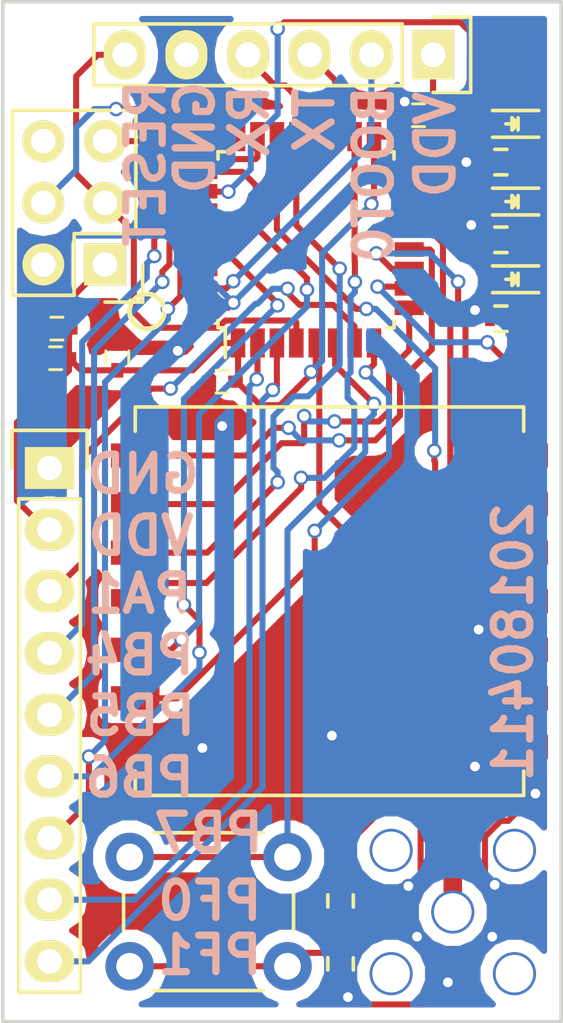
<source format=kicad_pcb>
(kicad_pcb (version 4) (host pcbnew 4.0.2+dfsg1-stable)

  (general
    (links 63)
    (no_connects 0)
    (area 132.813667 54.073666 161.032715 99.8982)
    (thickness 1.6)
    (drawings 21)
    (tracks 440)
    (zones 0)
    (modules 20)
    (nets 35)
  )

  (page A4)
  (layers
    (0 F.Cu signal)
    (31 B.Cu signal)
    (32 B.Adhes user)
    (33 F.Adhes user)
    (34 B.Paste user)
    (35 F.Paste user)
    (36 B.SilkS user)
    (37 F.SilkS user)
    (38 B.Mask user)
    (39 F.Mask user)
    (40 Dwgs.User user hide)
    (41 Cmts.User user)
    (42 Eco1.User user)
    (43 Eco2.User user)
    (44 Edge.Cuts user)
    (45 Margin user)
    (46 B.CrtYd user)
    (47 F.CrtYd user)
    (48 B.Fab user)
    (49 F.Fab user hide)
  )

  (setup
    (last_trace_width 0.25)
    (trace_clearance 0.2)
    (zone_clearance 0.508)
    (zone_45_only no)
    (trace_min 0.1524)
    (segment_width 0.2)
    (edge_width 0.15)
    (via_size 0.6)
    (via_drill 0.4)
    (via_min_size 0.508)
    (via_min_drill 0.254)
    (uvia_size 0.3)
    (uvia_drill 0.1)
    (uvias_allowed no)
    (uvia_min_size 0)
    (uvia_min_drill 0)
    (pcb_text_width 0.3)
    (pcb_text_size 1.5 1.5)
    (mod_edge_width 0.15)
    (mod_text_size 1 1)
    (mod_text_width 0.15)
    (pad_size 1.524 1.524)
    (pad_drill 0.762)
    (pad_to_mask_clearance 0.0508)
    (aux_axis_origin 0 0)
    (visible_elements FFFFEF7F)
    (pcbplotparams
      (layerselection 0x00030_80000001)
      (usegerberextensions false)
      (excludeedgelayer true)
      (linewidth 0.100000)
      (plotframeref false)
      (viasonmask false)
      (mode 1)
      (useauxorigin false)
      (hpglpennumber 1)
      (hpglpenspeed 20)
      (hpglpendiameter 15)
      (hpglpenoverlay 2)
      (psnegative false)
      (psa4output false)
      (plotreference true)
      (plotvalue true)
      (plotinvisibletext false)
      (padsonsilk false)
      (subtractmaskfromsilk false)
      (outputformat 1)
      (mirror false)
      (drillshape 1)
      (scaleselection 1)
      (outputdirectory ""))
  )

  (net 0 "")
  (net 1 "Net-(D101-Pad1)")
  (net 2 "Net-(D102-Pad1)")
  (net 3 "Net-(D103-Pad1)")
  (net 4 VDD)
  (net 5 "Net-(R101-Pad2)")
  (net 6 GND)
  (net 7 /DIO0)
  (net 8 /SSEL)
  (net 9 /SCLK)
  (net 10 /MISO)
  (net 11 /MOSI)
  (net 12 /LED1)
  (net 13 /LED2)
  (net 14 /DIO1)
  (net 15 /TX)
  (net 16 /RX)
  (net 17 /DIO2)
  (net 18 /DIO3)
  (net 19 /SWDIO)
  (net 20 /SWCLK)
  (net 21 /DIO5)
  (net 22 /LED3)
  (net 23 /RESET)
  (net 24 /BOOT0)
  (net 25 /MODEM_RESET)
  (net 26 /ANT)
  (net 27 /BUTTON)
  (net 28 /PA1)
  (net 29 /PB4)
  (net 30 /PB5)
  (net 31 /PB6)
  (net 32 /PB7)
  (net 33 /PF0)
  (net 34 /PF1)

  (net_class Default "This is the default net class."
    (clearance 0.2)
    (trace_width 0.25)
    (via_dia 0.6)
    (via_drill 0.4)
    (uvia_dia 0.3)
    (uvia_drill 0.1)
    (add_net /ANT)
    (add_net /BOOT0)
    (add_net /BUTTON)
    (add_net /DIO0)
    (add_net /DIO1)
    (add_net /DIO2)
    (add_net /DIO3)
    (add_net /DIO5)
    (add_net /LED1)
    (add_net /LED2)
    (add_net /LED3)
    (add_net /MISO)
    (add_net /MODEM_RESET)
    (add_net /MOSI)
    (add_net /PA1)
    (add_net /PB4)
    (add_net /PB5)
    (add_net /PB6)
    (add_net /PB7)
    (add_net /PF0)
    (add_net /PF1)
    (add_net /RESET)
    (add_net /RX)
    (add_net /SCLK)
    (add_net /SSEL)
    (add_net /SWCLK)
    (add_net /SWDIO)
    (add_net /TX)
    (add_net GND)
    (add_net "Net-(D101-Pad1)")
    (add_net "Net-(D102-Pad1)")
    (add_net "Net-(D103-Pad1)")
    (add_net "Net-(R101-Pad2)")
    (add_net VDD)
  )

  (module Housings_QFP:LQFP-32_7x7mm_Pitch0.8mm (layer F.Cu) (tedit 54130A77) (tstamp 5ACB47F4)
    (at 148.4884 66.802 90)
    (descr "LQFP32: plastic low profile quad flat package; 32 leads; body 7 x 7 x 1.4 mm (see NXP sot358-1_po.pdf and sot358-1_fr.pdf)")
    (tags "QFP 0.8")
    (path /5ACB428F)
    (attr smd)
    (fp_text reference U101 (at 0 -5.85 90) (layer F.Fab)
      (effects (font (size 1 1) (thickness 0.15)))
    )
    (fp_text value STM32F051K8Tx_u (at 0 5.85 90) (layer F.Fab)
      (effects (font (size 1 1) (thickness 0.15)))
    )
    (fp_line (start -5.1 -5.1) (end -5.1 5.1) (layer F.CrtYd) (width 0.05))
    (fp_line (start 5.1 -5.1) (end 5.1 5.1) (layer F.CrtYd) (width 0.05))
    (fp_line (start -5.1 -5.1) (end 5.1 -5.1) (layer F.CrtYd) (width 0.05))
    (fp_line (start -5.1 5.1) (end 5.1 5.1) (layer F.CrtYd) (width 0.05))
    (fp_line (start -3.625 -3.625) (end -3.625 -3.325) (layer F.SilkS) (width 0.15))
    (fp_line (start 3.625 -3.625) (end 3.625 -3.325) (layer F.SilkS) (width 0.15))
    (fp_line (start 3.625 3.625) (end 3.625 3.325) (layer F.SilkS) (width 0.15))
    (fp_line (start -3.625 3.625) (end -3.625 3.325) (layer F.SilkS) (width 0.15))
    (fp_line (start -3.625 -3.625) (end -3.325 -3.625) (layer F.SilkS) (width 0.15))
    (fp_line (start -3.625 3.625) (end -3.325 3.625) (layer F.SilkS) (width 0.15))
    (fp_line (start 3.625 3.625) (end 3.325 3.625) (layer F.SilkS) (width 0.15))
    (fp_line (start 3.625 -3.625) (end 3.325 -3.625) (layer F.SilkS) (width 0.15))
    (fp_line (start -3.625 -3.325) (end -4.85 -3.325) (layer F.SilkS) (width 0.15))
    (pad 1 smd rect (at -4.25 -2.8 90) (size 1.2 0.6) (layers F.Cu F.Paste F.Mask)
      (net 4 VDD))
    (pad 2 smd rect (at -4.25 -2 90) (size 1.2 0.6) (layers F.Cu F.Paste F.Mask)
      (net 33 /PF0))
    (pad 3 smd rect (at -4.25 -1.2 90) (size 1.2 0.6) (layers F.Cu F.Paste F.Mask)
      (net 34 /PF1))
    (pad 4 smd rect (at -4.25 -0.4 90) (size 1.2 0.6) (layers F.Cu F.Paste F.Mask)
      (net 23 /RESET))
    (pad 5 smd rect (at -4.25 0.4 90) (size 1.2 0.6) (layers F.Cu F.Paste F.Mask)
      (net 4 VDD))
    (pad 6 smd rect (at -4.25 1.2 90) (size 1.2 0.6) (layers F.Cu F.Paste F.Mask)
      (net 27 /BUTTON))
    (pad 7 smd rect (at -4.25 2 90) (size 1.2 0.6) (layers F.Cu F.Paste F.Mask)
      (net 28 /PA1))
    (pad 8 smd rect (at -4.25 2.8 90) (size 1.2 0.6) (layers F.Cu F.Paste F.Mask)
      (net 25 /MODEM_RESET))
    (pad 9 smd rect (at -2.8 4.25 180) (size 1.2 0.6) (layers F.Cu F.Paste F.Mask)
      (net 7 /DIO0))
    (pad 10 smd rect (at -2 4.25 180) (size 1.2 0.6) (layers F.Cu F.Paste F.Mask)
      (net 8 /SSEL))
    (pad 11 smd rect (at -1.2 4.25 180) (size 1.2 0.6) (layers F.Cu F.Paste F.Mask)
      (net 9 /SCLK))
    (pad 12 smd rect (at -0.4 4.25 180) (size 1.2 0.6) (layers F.Cu F.Paste F.Mask)
      (net 10 /MISO))
    (pad 13 smd rect (at 0.4 4.25 180) (size 1.2 0.6) (layers F.Cu F.Paste F.Mask)
      (net 11 /MOSI))
    (pad 14 smd rect (at 1.2 4.25 180) (size 1.2 0.6) (layers F.Cu F.Paste F.Mask)
      (net 12 /LED1))
    (pad 15 smd rect (at 2 4.25 180) (size 1.2 0.6) (layers F.Cu F.Paste F.Mask)
      (net 13 /LED2))
    (pad 16 smd rect (at 2.8 4.25 180) (size 1.2 0.6) (layers F.Cu F.Paste F.Mask)
      (net 6 GND))
    (pad 17 smd rect (at 4.25 2.8 90) (size 1.2 0.6) (layers F.Cu F.Paste F.Mask)
      (net 4 VDD))
    (pad 18 smd rect (at 4.25 2 90) (size 1.2 0.6) (layers F.Cu F.Paste F.Mask)
      (net 14 /DIO1))
    (pad 19 smd rect (at 4.25 1.2 90) (size 1.2 0.6) (layers F.Cu F.Paste F.Mask)
      (net 15 /TX))
    (pad 20 smd rect (at 4.25 0.4 90) (size 1.2 0.6) (layers F.Cu F.Paste F.Mask)
      (net 16 /RX))
    (pad 21 smd rect (at 4.25 -0.4 90) (size 1.2 0.6) (layers F.Cu F.Paste F.Mask)
      (net 17 /DIO2))
    (pad 22 smd rect (at 4.25 -1.2 90) (size 1.2 0.6) (layers F.Cu F.Paste F.Mask)
      (net 18 /DIO3))
    (pad 23 smd rect (at 4.25 -2 90) (size 1.2 0.6) (layers F.Cu F.Paste F.Mask)
      (net 19 /SWDIO))
    (pad 24 smd rect (at 4.25 -2.8 90) (size 1.2 0.6) (layers F.Cu F.Paste F.Mask)
      (net 20 /SWCLK))
    (pad 25 smd rect (at 2.8 -4.25 180) (size 1.2 0.6) (layers F.Cu F.Paste F.Mask)
      (net 21 /DIO5))
    (pad 26 smd rect (at 2 -4.25 180) (size 1.2 0.6) (layers F.Cu F.Paste F.Mask)
      (net 22 /LED3))
    (pad 27 smd rect (at 1.2 -4.25 180) (size 1.2 0.6) (layers F.Cu F.Paste F.Mask)
      (net 29 /PB4))
    (pad 28 smd rect (at 0.4 -4.25 180) (size 1.2 0.6) (layers F.Cu F.Paste F.Mask)
      (net 30 /PB5))
    (pad 29 smd rect (at -0.4 -4.25 180) (size 1.2 0.6) (layers F.Cu F.Paste F.Mask)
      (net 31 /PB6))
    (pad 30 smd rect (at -1.2 -4.25 180) (size 1.2 0.6) (layers F.Cu F.Paste F.Mask)
      (net 32 /PB7))
    (pad 31 smd rect (at -2 -4.25 180) (size 1.2 0.6) (layers F.Cu F.Paste F.Mask)
      (net 24 /BOOT0))
    (pad 32 smd rect (at -2.8 -4.25 180) (size 1.2 0.6) (layers F.Cu F.Paste F.Mask)
      (net 6 GND))
    (model Housings_QFP.3dshapes/LQFP-32_7x7mm_Pitch0.8mm.wrl
      (at (xyz 0 0 0))
      (scale (xyz 1 1 1))
      (rotate (xyz 0 0 0))
    )
  )

  (module RFM12:RFM12B (layer F.Cu) (tedit 55FB358D) (tstamp 5ACB4806)
    (at 149.4536 81.6864)
    (path /5ACB3E37)
    (fp_text reference U102 (at 0 1) (layer F.Fab)
      (effects (font (size 1 1) (thickness 0.15)))
    )
    (fp_text value RFM12 (at 0 -1) (layer F.Fab)
      (effects (font (size 1 1) (thickness 0.15)))
    )
    (fp_line (start 8 8) (end 8 7) (layer F.SilkS) (width 0.15))
    (fp_line (start -8 8) (end 8 8) (layer F.SilkS) (width 0.15))
    (fp_line (start -8 7) (end -8 8) (layer F.SilkS) (width 0.15))
    (fp_line (start 8 -8) (end 8 -7) (layer F.SilkS) (width 0.15))
    (fp_line (start -8 -8) (end 8 -8) (layer F.SilkS) (width 0.15))
    (fp_line (start -8 -7) (end -8 -8) (layer F.SilkS) (width 0.15))
    (pad 1 smd rect (at -8 -6) (size 2 1) (layers F.Cu F.Paste F.Mask)
      (net 10 /MISO))
    (pad 2 smd rect (at -8 -4) (size 2 1) (layers F.Cu F.Paste F.Mask)
      (net 7 /DIO0))
    (pad 3 smd rect (at -8 -2) (size 2 1) (layers F.Cu F.Paste F.Mask)
      (net 17 /DIO2))
    (pad 4 smd rect (at -8 0) (size 2 1) (layers F.Cu F.Paste F.Mask)
      (net 14 /DIO1))
    (pad 5 smd rect (at -8 2) (size 2 1) (layers F.Cu F.Paste F.Mask)
      (net 21 /DIO5))
    (pad 6 smd rect (at -8 4) (size 2 1) (layers F.Cu F.Paste F.Mask)
      (net 25 /MODEM_RESET))
    (pad 7 smd rect (at -8 6) (size 2 1) (layers F.Cu F.Paste F.Mask)
      (net 6 GND))
    (pad 8 smd rect (at 8 6) (size 2 1) (layers F.Cu F.Paste F.Mask)
      (net 26 /ANT))
    (pad 9 smd rect (at 8 4) (size 2 1) (layers F.Cu F.Paste F.Mask)
      (net 4 VDD))
    (pad 10 smd rect (at 8 2) (size 2 1) (layers F.Cu F.Paste F.Mask)
      (net 6 GND))
    (pad 11 smd rect (at 8 0) (size 2 1) (layers F.Cu F.Paste F.Mask)
      (net 18 /DIO3))
    (pad 12 smd rect (at 8 -2) (size 2 1) (layers F.Cu F.Paste F.Mask)
      (net 11 /MOSI))
    (pad 13 smd rect (at 8 -4) (size 2 1) (layers F.Cu F.Paste F.Mask)
      (net 9 /SCLK))
    (pad 14 smd rect (at 8 -6) (size 2 1) (layers F.Cu F.Paste F.Mask)
      (net 8 /SSEL))
  )

  (module LEDs:LED_0603 (layer F.Cu) (tedit 55BDE255) (tstamp 5ACB719A)
    (at 156.972 68.4276 180)
    (descr "LED 0603 smd package")
    (tags "LED led 0603 SMD smd SMT smt smdled SMDLED smtled SMTLED")
    (path /5ACB705F)
    (attr smd)
    (fp_text reference D101 (at 0 -1.5 180) (layer F.Fab)
      (effects (font (size 1 1) (thickness 0.15)))
    )
    (fp_text value Led_Small (at 0 1.5 180) (layer F.Fab)
      (effects (font (size 1 1) (thickness 0.15)))
    )
    (fp_line (start -1.1 0.55) (end 0.8 0.55) (layer F.SilkS) (width 0.15))
    (fp_line (start -1.1 -0.55) (end 0.8 -0.55) (layer F.SilkS) (width 0.15))
    (fp_line (start -0.2 0) (end 0.25 0) (layer F.SilkS) (width 0.15))
    (fp_line (start -0.25 -0.25) (end -0.25 0.25) (layer F.SilkS) (width 0.15))
    (fp_line (start -0.25 0) (end 0 -0.25) (layer F.SilkS) (width 0.15))
    (fp_line (start 0 -0.25) (end 0 0.25) (layer F.SilkS) (width 0.15))
    (fp_line (start 0 0.25) (end -0.25 0) (layer F.SilkS) (width 0.15))
    (fp_line (start 1.4 -0.75) (end 1.4 0.75) (layer F.CrtYd) (width 0.05))
    (fp_line (start 1.4 0.75) (end -1.4 0.75) (layer F.CrtYd) (width 0.05))
    (fp_line (start -1.4 0.75) (end -1.4 -0.75) (layer F.CrtYd) (width 0.05))
    (fp_line (start -1.4 -0.75) (end 1.4 -0.75) (layer F.CrtYd) (width 0.05))
    (pad 2 smd rect (at 0.7493 0) (size 0.79756 0.79756) (layers F.Cu F.Paste F.Mask)
      (net 12 /LED1))
    (pad 1 smd rect (at -0.7493 0) (size 0.79756 0.79756) (layers F.Cu F.Paste F.Mask)
      (net 1 "Net-(D101-Pad1)"))
    (model LEDs.3dshapes/LED_0603.wrl
      (at (xyz 0 0 0))
      (scale (xyz 1 1 1))
      (rotate (xyz 0 0 180))
    )
  )

  (module LEDs:LED_0603 (layer F.Cu) (tedit 55BDE255) (tstamp 5ACB71A0)
    (at 156.972 65.2272 180)
    (descr "LED 0603 smd package")
    (tags "LED led 0603 SMD smd SMT smt smdled SMDLED smtled SMTLED")
    (path /5ACB7144)
    (attr smd)
    (fp_text reference D102 (at 0 -1.5 180) (layer F.Fab)
      (effects (font (size 1 1) (thickness 0.15)))
    )
    (fp_text value Led_Small (at 0 1.5 180) (layer F.Fab)
      (effects (font (size 1 1) (thickness 0.15)))
    )
    (fp_line (start -1.1 0.55) (end 0.8 0.55) (layer F.SilkS) (width 0.15))
    (fp_line (start -1.1 -0.55) (end 0.8 -0.55) (layer F.SilkS) (width 0.15))
    (fp_line (start -0.2 0) (end 0.25 0) (layer F.SilkS) (width 0.15))
    (fp_line (start -0.25 -0.25) (end -0.25 0.25) (layer F.SilkS) (width 0.15))
    (fp_line (start -0.25 0) (end 0 -0.25) (layer F.SilkS) (width 0.15))
    (fp_line (start 0 -0.25) (end 0 0.25) (layer F.SilkS) (width 0.15))
    (fp_line (start 0 0.25) (end -0.25 0) (layer F.SilkS) (width 0.15))
    (fp_line (start 1.4 -0.75) (end 1.4 0.75) (layer F.CrtYd) (width 0.05))
    (fp_line (start 1.4 0.75) (end -1.4 0.75) (layer F.CrtYd) (width 0.05))
    (fp_line (start -1.4 0.75) (end -1.4 -0.75) (layer F.CrtYd) (width 0.05))
    (fp_line (start -1.4 -0.75) (end 1.4 -0.75) (layer F.CrtYd) (width 0.05))
    (pad 2 smd rect (at 0.7493 0) (size 0.79756 0.79756) (layers F.Cu F.Paste F.Mask)
      (net 13 /LED2))
    (pad 1 smd rect (at -0.7493 0) (size 0.79756 0.79756) (layers F.Cu F.Paste F.Mask)
      (net 2 "Net-(D102-Pad1)"))
    (model LEDs.3dshapes/LED_0603.wrl
      (at (xyz 0 0 0))
      (scale (xyz 1 1 1))
      (rotate (xyz 0 0 180))
    )
  )

  (module LEDs:LED_0603 (layer F.Cu) (tedit 55BDE255) (tstamp 5ACB71A6)
    (at 156.972 62.0268 180)
    (descr "LED 0603 smd package")
    (tags "LED led 0603 SMD smd SMT smt smdled SMDLED smtled SMTLED")
    (path /5ACB71C1)
    (attr smd)
    (fp_text reference D103 (at 0 -1.5 180) (layer F.Fab)
      (effects (font (size 1 1) (thickness 0.15)))
    )
    (fp_text value Led_Small (at 0 1.5 180) (layer F.Fab)
      (effects (font (size 1 1) (thickness 0.15)))
    )
    (fp_line (start -1.1 0.55) (end 0.8 0.55) (layer F.SilkS) (width 0.15))
    (fp_line (start -1.1 -0.55) (end 0.8 -0.55) (layer F.SilkS) (width 0.15))
    (fp_line (start -0.2 0) (end 0.25 0) (layer F.SilkS) (width 0.15))
    (fp_line (start -0.25 -0.25) (end -0.25 0.25) (layer F.SilkS) (width 0.15))
    (fp_line (start -0.25 0) (end 0 -0.25) (layer F.SilkS) (width 0.15))
    (fp_line (start 0 -0.25) (end 0 0.25) (layer F.SilkS) (width 0.15))
    (fp_line (start 0 0.25) (end -0.25 0) (layer F.SilkS) (width 0.15))
    (fp_line (start 1.4 -0.75) (end 1.4 0.75) (layer F.CrtYd) (width 0.05))
    (fp_line (start 1.4 0.75) (end -1.4 0.75) (layer F.CrtYd) (width 0.05))
    (fp_line (start -1.4 0.75) (end -1.4 -0.75) (layer F.CrtYd) (width 0.05))
    (fp_line (start -1.4 -0.75) (end 1.4 -0.75) (layer F.CrtYd) (width 0.05))
    (pad 2 smd rect (at 0.7493 0) (size 0.79756 0.79756) (layers F.Cu F.Paste F.Mask)
      (net 22 /LED3))
    (pad 1 smd rect (at -0.7493 0) (size 0.79756 0.79756) (layers F.Cu F.Paste F.Mask)
      (net 3 "Net-(D103-Pad1)"))
    (model LEDs.3dshapes/LED_0603.wrl
      (at (xyz 0 0 0))
      (scale (xyz 1 1 1))
      (rotate (xyz 0 0 180))
    )
  )

  (module Pin_Headers:Pin_Header_Straight_2x03 (layer F.Cu) (tedit 54EA0A4B) (tstamp 5ACB71B0)
    (at 140.208 67.818 180)
    (descr "Through hole pin header")
    (tags "pin header")
    (path /5ACB73D0)
    (fp_text reference P101 (at 0 -5.1 180) (layer F.Fab)
      (effects (font (size 1 1) (thickness 0.15)))
    )
    (fp_text value CONN_02X03 (at 0 -3.1 180) (layer F.Fab)
      (effects (font (size 1 1) (thickness 0.15)))
    )
    (fp_line (start -1.27 1.27) (end -1.27 6.35) (layer F.SilkS) (width 0.15))
    (fp_line (start -1.55 -1.55) (end 0 -1.55) (layer F.SilkS) (width 0.15))
    (fp_line (start -1.75 -1.75) (end -1.75 6.85) (layer F.CrtYd) (width 0.05))
    (fp_line (start 4.3 -1.75) (end 4.3 6.85) (layer F.CrtYd) (width 0.05))
    (fp_line (start -1.75 -1.75) (end 4.3 -1.75) (layer F.CrtYd) (width 0.05))
    (fp_line (start -1.75 6.85) (end 4.3 6.85) (layer F.CrtYd) (width 0.05))
    (fp_line (start 1.27 -1.27) (end 1.27 1.27) (layer F.SilkS) (width 0.15))
    (fp_line (start 1.27 1.27) (end -1.27 1.27) (layer F.SilkS) (width 0.15))
    (fp_line (start -1.27 6.35) (end 3.81 6.35) (layer F.SilkS) (width 0.15))
    (fp_line (start 3.81 6.35) (end 3.81 1.27) (layer F.SilkS) (width 0.15))
    (fp_line (start -1.55 -1.55) (end -1.55 0) (layer F.SilkS) (width 0.15))
    (fp_line (start 3.81 -1.27) (end 1.27 -1.27) (layer F.SilkS) (width 0.15))
    (fp_line (start 3.81 1.27) (end 3.81 -1.27) (layer F.SilkS) (width 0.15))
    (pad 1 thru_hole rect (at 0 0 180) (size 1.7272 1.7272) (drill 1.016) (layers *.Cu *.Mask F.SilkS)
      (net 4 VDD))
    (pad 2 thru_hole oval (at 2.54 0 180) (size 1.7272 1.7272) (drill 1.016) (layers *.Cu *.Mask F.SilkS)
      (net 6 GND))
    (pad 3 thru_hole oval (at 0 2.54 180) (size 1.7272 1.7272) (drill 1.016) (layers *.Cu *.Mask F.SilkS)
      (net 23 /RESET))
    (pad 4 thru_hole oval (at 2.54 2.54 180) (size 1.7272 1.7272) (drill 1.016) (layers *.Cu *.Mask F.SilkS)
      (net 20 /SWCLK))
    (pad 5 thru_hole oval (at 0 5.08 180) (size 1.7272 1.7272) (drill 1.016) (layers *.Cu *.Mask F.SilkS)
      (net 19 /SWDIO))
    (pad 6 thru_hole oval (at 2.54 5.08 180) (size 1.7272 1.7272) (drill 1.016) (layers *.Cu *.Mask F.SilkS))
    (model Pin_Headers.3dshapes/Pin_Header_Straight_2x03.wrl
      (at (xyz 0.05 -0.1 0))
      (scale (xyz 1 1 1))
      (rotate (xyz 0 0 90))
    )
  )

  (module Resistors_SMD:R_0402 (layer F.Cu) (tedit 5415CBB8) (tstamp 5ACB71C0)
    (at 149.9108 94.0308 270)
    (descr "Resistor SMD 0402, reflow soldering, Vishay (see dcrcw.pdf)")
    (tags "resistor 0402")
    (path /5ACB783A)
    (attr smd)
    (fp_text reference R101 (at 0 -1.8 270) (layer F.Fab)
      (effects (font (size 1 1) (thickness 0.15)))
    )
    (fp_text value R_Small (at 0 1.8 270) (layer F.Fab)
      (effects (font (size 1 1) (thickness 0.15)))
    )
    (fp_line (start -0.95 -0.65) (end 0.95 -0.65) (layer F.CrtYd) (width 0.05))
    (fp_line (start -0.95 0.65) (end 0.95 0.65) (layer F.CrtYd) (width 0.05))
    (fp_line (start -0.95 -0.65) (end -0.95 0.65) (layer F.CrtYd) (width 0.05))
    (fp_line (start 0.95 -0.65) (end 0.95 0.65) (layer F.CrtYd) (width 0.05))
    (fp_line (start 0.25 -0.525) (end -0.25 -0.525) (layer F.SilkS) (width 0.15))
    (fp_line (start -0.25 0.525) (end 0.25 0.525) (layer F.SilkS) (width 0.15))
    (pad 1 smd rect (at -0.45 0 270) (size 0.4 0.6) (layers F.Cu F.Paste F.Mask)
      (net 4 VDD))
    (pad 2 smd rect (at 0.45 0 270) (size 0.4 0.6) (layers F.Cu F.Paste F.Mask)
      (net 5 "Net-(R101-Pad2)"))
    (model Resistors_SMD.3dshapes/R_0402.wrl
      (at (xyz 0 0 0))
      (scale (xyz 1 1 1))
      (rotate (xyz 0 0 0))
    )
  )

  (module Resistors_SMD:R_0402 (layer F.Cu) (tedit 5415CBB8) (tstamp 5ACB71C6)
    (at 149.9108 96.6216 270)
    (descr "Resistor SMD 0402, reflow soldering, Vishay (see dcrcw.pdf)")
    (tags "resistor 0402")
    (path /5ACB77C1)
    (attr smd)
    (fp_text reference R102 (at 0 -1.8 270) (layer F.Fab)
      (effects (font (size 1 1) (thickness 0.15)))
    )
    (fp_text value R_Small (at 0 1.8 270) (layer F.Fab)
      (effects (font (size 1 1) (thickness 0.15)))
    )
    (fp_line (start -0.95 -0.65) (end 0.95 -0.65) (layer F.CrtYd) (width 0.05))
    (fp_line (start -0.95 0.65) (end 0.95 0.65) (layer F.CrtYd) (width 0.05))
    (fp_line (start -0.95 -0.65) (end -0.95 0.65) (layer F.CrtYd) (width 0.05))
    (fp_line (start 0.95 -0.65) (end 0.95 0.65) (layer F.CrtYd) (width 0.05))
    (fp_line (start 0.25 -0.525) (end -0.25 -0.525) (layer F.SilkS) (width 0.15))
    (fp_line (start -0.25 0.525) (end 0.25 0.525) (layer F.SilkS) (width 0.15))
    (pad 1 smd rect (at -0.45 0 270) (size 0.4 0.6) (layers F.Cu F.Paste F.Mask)
      (net 5 "Net-(R101-Pad2)"))
    (pad 2 smd rect (at 0.45 0 270) (size 0.4 0.6) (layers F.Cu F.Paste F.Mask)
      (net 6 GND))
    (model Resistors_SMD.3dshapes/R_0402.wrl
      (at (xyz 0 0 0))
      (scale (xyz 1 1 1))
      (rotate (xyz 0 0 0))
    )
  )

  (module Resistors_SMD:R_0402 (layer F.Cu) (tedit 5415CBB8) (tstamp 5ACB71CC)
    (at 156.5148 70.0532 180)
    (descr "Resistor SMD 0402, reflow soldering, Vishay (see dcrcw.pdf)")
    (tags "resistor 0402")
    (path /5ACB748F)
    (attr smd)
    (fp_text reference R103 (at 0 -1.8 180) (layer F.Fab)
      (effects (font (size 1 1) (thickness 0.15)))
    )
    (fp_text value R_Small (at 0 1.8 180) (layer F.Fab)
      (effects (font (size 1 1) (thickness 0.15)))
    )
    (fp_line (start -0.95 -0.65) (end 0.95 -0.65) (layer F.CrtYd) (width 0.05))
    (fp_line (start -0.95 0.65) (end 0.95 0.65) (layer F.CrtYd) (width 0.05))
    (fp_line (start -0.95 -0.65) (end -0.95 0.65) (layer F.CrtYd) (width 0.05))
    (fp_line (start 0.95 -0.65) (end 0.95 0.65) (layer F.CrtYd) (width 0.05))
    (fp_line (start 0.25 -0.525) (end -0.25 -0.525) (layer F.SilkS) (width 0.15))
    (fp_line (start -0.25 0.525) (end 0.25 0.525) (layer F.SilkS) (width 0.15))
    (pad 1 smd rect (at -0.45 0 180) (size 0.4 0.6) (layers F.Cu F.Paste F.Mask)
      (net 1 "Net-(D101-Pad1)"))
    (pad 2 smd rect (at 0.45 0 180) (size 0.4 0.6) (layers F.Cu F.Paste F.Mask)
      (net 6 GND))
    (model Resistors_SMD.3dshapes/R_0402.wrl
      (at (xyz 0 0 0))
      (scale (xyz 1 1 1))
      (rotate (xyz 0 0 0))
    )
  )

  (module Resistors_SMD:R_0402 (layer F.Cu) (tedit 5415CBB8) (tstamp 5ACB71D2)
    (at 156.5148 66.802 180)
    (descr "Resistor SMD 0402, reflow soldering, Vishay (see dcrcw.pdf)")
    (tags "resistor 0402")
    (path /5ACB7628)
    (attr smd)
    (fp_text reference R104 (at 0 -1.8 180) (layer F.Fab)
      (effects (font (size 1 1) (thickness 0.15)))
    )
    (fp_text value R_Small (at 0 1.8 180) (layer F.Fab)
      (effects (font (size 1 1) (thickness 0.15)))
    )
    (fp_line (start -0.95 -0.65) (end 0.95 -0.65) (layer F.CrtYd) (width 0.05))
    (fp_line (start -0.95 0.65) (end 0.95 0.65) (layer F.CrtYd) (width 0.05))
    (fp_line (start -0.95 -0.65) (end -0.95 0.65) (layer F.CrtYd) (width 0.05))
    (fp_line (start 0.95 -0.65) (end 0.95 0.65) (layer F.CrtYd) (width 0.05))
    (fp_line (start 0.25 -0.525) (end -0.25 -0.525) (layer F.SilkS) (width 0.15))
    (fp_line (start -0.25 0.525) (end 0.25 0.525) (layer F.SilkS) (width 0.15))
    (pad 1 smd rect (at -0.45 0 180) (size 0.4 0.6) (layers F.Cu F.Paste F.Mask)
      (net 2 "Net-(D102-Pad1)"))
    (pad 2 smd rect (at 0.45 0 180) (size 0.4 0.6) (layers F.Cu F.Paste F.Mask)
      (net 6 GND))
    (model Resistors_SMD.3dshapes/R_0402.wrl
      (at (xyz 0 0 0))
      (scale (xyz 1 1 1))
      (rotate (xyz 0 0 0))
    )
  )

  (module Resistors_SMD:R_0402 (layer F.Cu) (tedit 5415CBB8) (tstamp 5ACB71D8)
    (at 156.5148 63.6016 180)
    (descr "Resistor SMD 0402, reflow soldering, Vishay (see dcrcw.pdf)")
    (tags "resistor 0402")
    (path /5ACB766F)
    (attr smd)
    (fp_text reference R105 (at 0 -1.8 180) (layer F.Fab)
      (effects (font (size 1 1) (thickness 0.15)))
    )
    (fp_text value R_Small (at 0 1.8 180) (layer F.Fab)
      (effects (font (size 1 1) (thickness 0.15)))
    )
    (fp_line (start -0.95 -0.65) (end 0.95 -0.65) (layer F.CrtYd) (width 0.05))
    (fp_line (start -0.95 0.65) (end 0.95 0.65) (layer F.CrtYd) (width 0.05))
    (fp_line (start -0.95 -0.65) (end -0.95 0.65) (layer F.CrtYd) (width 0.05))
    (fp_line (start 0.95 -0.65) (end 0.95 0.65) (layer F.CrtYd) (width 0.05))
    (fp_line (start 0.25 -0.525) (end -0.25 -0.525) (layer F.SilkS) (width 0.15))
    (fp_line (start -0.25 0.525) (end 0.25 0.525) (layer F.SilkS) (width 0.15))
    (pad 1 smd rect (at -0.45 0 180) (size 0.4 0.6) (layers F.Cu F.Paste F.Mask)
      (net 3 "Net-(D103-Pad1)"))
    (pad 2 smd rect (at 0.45 0 180) (size 0.4 0.6) (layers F.Cu F.Paste F.Mask)
      (net 6 GND))
    (model Resistors_SMD.3dshapes/R_0402.wrl
      (at (xyz 0 0 0))
      (scale (xyz 1 1 1))
      (rotate (xyz 0 0 0))
    )
  )

  (module Pin_Headers:Pin_Header_Straight_1x06 (layer F.Cu) (tedit 0) (tstamp 5ACB71BA)
    (at 153.7208 59.182 270)
    (descr "Through hole pin header")
    (tags "pin header")
    (path /5ACB6E43)
    (fp_text reference P102 (at 0 -5.1 270) (layer F.Fab)
      (effects (font (size 1 1) (thickness 0.15)))
    )
    (fp_text value CONN_01X06 (at 0 -3.1 270) (layer F.Fab)
      (effects (font (size 1 1) (thickness 0.15)))
    )
    (fp_line (start -1.75 -1.75) (end -1.75 14.45) (layer F.CrtYd) (width 0.05))
    (fp_line (start 1.75 -1.75) (end 1.75 14.45) (layer F.CrtYd) (width 0.05))
    (fp_line (start -1.75 -1.75) (end 1.75 -1.75) (layer F.CrtYd) (width 0.05))
    (fp_line (start -1.75 14.45) (end 1.75 14.45) (layer F.CrtYd) (width 0.05))
    (fp_line (start 1.27 1.27) (end 1.27 13.97) (layer F.SilkS) (width 0.15))
    (fp_line (start 1.27 13.97) (end -1.27 13.97) (layer F.SilkS) (width 0.15))
    (fp_line (start -1.27 13.97) (end -1.27 1.27) (layer F.SilkS) (width 0.15))
    (fp_line (start 1.55 -1.55) (end 1.55 0) (layer F.SilkS) (width 0.15))
    (fp_line (start 1.27 1.27) (end -1.27 1.27) (layer F.SilkS) (width 0.15))
    (fp_line (start -1.55 0) (end -1.55 -1.55) (layer F.SilkS) (width 0.15))
    (fp_line (start -1.55 -1.55) (end 1.55 -1.55) (layer F.SilkS) (width 0.15))
    (pad 1 thru_hole rect (at 0 0 270) (size 2.032 1.7272) (drill 1.016) (layers *.Cu *.Mask F.SilkS)
      (net 4 VDD))
    (pad 2 thru_hole oval (at 0 2.54 270) (size 2.032 1.7272) (drill 1.016) (layers *.Cu *.Mask F.SilkS)
      (net 24 /BOOT0))
    (pad 3 thru_hole oval (at 0 5.08 270) (size 2.032 1.7272) (drill 1.016) (layers *.Cu *.Mask F.SilkS)
      (net 15 /TX))
    (pad 4 thru_hole oval (at 0 7.62 270) (size 2.032 1.7272) (drill 1.016) (layers *.Cu *.Mask F.SilkS)
      (net 16 /RX))
    (pad 5 thru_hole oval (at 0 10.16 270) (size 2.032 1.7272) (drill 1.016) (layers *.Cu *.Mask F.SilkS)
      (net 6 GND))
    (pad 6 thru_hole oval (at 0 12.7 270) (size 2.032 1.7272) (drill 1.016) (layers *.Cu *.Mask F.SilkS)
      (net 23 /RESET))
    (model Pin_Headers.3dshapes/Pin_Header_Straight_1x06.wrl
      (at (xyz 0 -0.25 0))
      (scale (xyz 1 1 1))
      (rotate (xyz 0 0 90))
    )
  )

  (module ekoeppen_parts:SMA_PTH (layer F.Cu) (tedit 586D1006) (tstamp 5ACB77AE)
    (at 154.5336 94.488)
    (path /5ACBB834)
    (fp_text reference AE101 (at 0.13 -2) (layer F.Fab)
      (effects (font (size 1 1) (thickness 0.15)))
    )
    (fp_text value Antenna (at 0 -3.5) (layer F.Fab)
      (effects (font (size 1 1) (thickness 0.15)))
    )
    (pad 1 thru_hole circle (at 0 0) (size 1.778 1.778) (drill 1.5494) (layers *.Cu *.Mask)
      (net 26 /ANT))
    (pad 2 thru_hole circle (at -2.54 -2.54) (size 1.778 1.778) (drill 1.5494) (layers *.Cu *.Mask))
    (pad 2 thru_hole circle (at 2.54 -2.54) (size 1.778 1.778) (drill 1.5494) (layers *.Cu *.Mask))
    (pad 2 thru_hole circle (at 2.54 2.54) (size 1.778 1.778) (drill 1.5494) (layers *.Cu *.Mask))
    (pad 2 thru_hole circle (at -2.54 2.54) (size 1.778 1.778) (drill 1.5494) (layers *.Cu *.Mask))
  )

  (module Capacitors_SMD:C_0402 (layer F.Cu) (tedit 58AA841A) (tstamp 5ACBBC0C)
    (at 140.716 71.628 90)
    (descr "Capacitor SMD 0402, reflow soldering, AVX (see smccp.pdf)")
    (tags "capacitor 0402")
    (path /5ACBC03E)
    (attr smd)
    (fp_text reference C1 (at 0 -1.27 90) (layer F.Fab)
      (effects (font (size 1 1) (thickness 0.15)))
    )
    (fp_text value C_Small (at 0 1.27 90) (layer F.Fab)
      (effects (font (size 1 1) (thickness 0.15)))
    )
    (fp_text user %R (at 0 -1.27 90) (layer F.Fab)
      (effects (font (size 1 1) (thickness 0.15)))
    )
    (fp_line (start -0.5 0.25) (end -0.5 -0.25) (layer F.Fab) (width 0.1))
    (fp_line (start 0.5 0.25) (end -0.5 0.25) (layer F.Fab) (width 0.1))
    (fp_line (start 0.5 -0.25) (end 0.5 0.25) (layer F.Fab) (width 0.1))
    (fp_line (start -0.5 -0.25) (end 0.5 -0.25) (layer F.Fab) (width 0.1))
    (fp_line (start 0.25 -0.47) (end -0.25 -0.47) (layer F.SilkS) (width 0.12))
    (fp_line (start -0.25 0.47) (end 0.25 0.47) (layer F.SilkS) (width 0.12))
    (fp_line (start -1 -0.4) (end 1 -0.4) (layer F.CrtYd) (width 0.05))
    (fp_line (start -1 -0.4) (end -1 0.4) (layer F.CrtYd) (width 0.05))
    (fp_line (start 1 0.4) (end 1 -0.4) (layer F.CrtYd) (width 0.05))
    (fp_line (start 1 0.4) (end -1 0.4) (layer F.CrtYd) (width 0.05))
    (pad 1 smd rect (at -0.55 0 90) (size 0.6 0.5) (layers F.Cu F.Paste F.Mask)
      (net 4 VDD))
    (pad 2 smd rect (at 0.55 0 90) (size 0.6 0.5) (layers F.Cu F.Paste F.Mask)
      (net 6 GND))
    (model Capacitors_SMD.3dshapes/C_0402.wrl
      (at (xyz 0 0 0))
      (scale (xyz 1 1 1))
      (rotate (xyz 0 0 0))
    )
  )

  (module Capacitors_SMD:C_0402 (layer F.Cu) (tedit 58AA841A) (tstamp 5ACBBC12)
    (at 145.034 72.644 180)
    (descr "Capacitor SMD 0402, reflow soldering, AVX (see smccp.pdf)")
    (tags "capacitor 0402")
    (path /5ACBC0AB)
    (attr smd)
    (fp_text reference C2 (at 0 -1.27 180) (layer F.Fab)
      (effects (font (size 1 1) (thickness 0.15)))
    )
    (fp_text value C_Small (at 0 1.27 180) (layer F.Fab)
      (effects (font (size 1 1) (thickness 0.15)))
    )
    (fp_text user %R (at 0 -1.27 180) (layer F.Fab)
      (effects (font (size 1 1) (thickness 0.15)))
    )
    (fp_line (start -0.5 0.25) (end -0.5 -0.25) (layer F.Fab) (width 0.1))
    (fp_line (start 0.5 0.25) (end -0.5 0.25) (layer F.Fab) (width 0.1))
    (fp_line (start 0.5 -0.25) (end 0.5 0.25) (layer F.Fab) (width 0.1))
    (fp_line (start -0.5 -0.25) (end 0.5 -0.25) (layer F.Fab) (width 0.1))
    (fp_line (start 0.25 -0.47) (end -0.25 -0.47) (layer F.SilkS) (width 0.12))
    (fp_line (start -0.25 0.47) (end 0.25 0.47) (layer F.SilkS) (width 0.12))
    (fp_line (start -1 -0.4) (end 1 -0.4) (layer F.CrtYd) (width 0.05))
    (fp_line (start -1 -0.4) (end -1 0.4) (layer F.CrtYd) (width 0.05))
    (fp_line (start 1 0.4) (end 1 -0.4) (layer F.CrtYd) (width 0.05))
    (fp_line (start 1 0.4) (end -1 0.4) (layer F.CrtYd) (width 0.05))
    (pad 1 smd rect (at -0.55 0 180) (size 0.6 0.5) (layers F.Cu F.Paste F.Mask)
      (net 4 VDD))
    (pad 2 smd rect (at 0.55 0 180) (size 0.6 0.5) (layers F.Cu F.Paste F.Mask)
      (net 6 GND))
    (model Capacitors_SMD.3dshapes/C_0402.wrl
      (at (xyz 0 0 0))
      (scale (xyz 1 1 1))
      (rotate (xyz 0 0 0))
    )
  )

  (module Capacitors_SMD:C_0402 (layer F.Cu) (tedit 58AA841A) (tstamp 5ACBBC18)
    (at 153.12 61.6712 180)
    (descr "Capacitor SMD 0402, reflow soldering, AVX (see smccp.pdf)")
    (tags "capacitor 0402")
    (path /5ACBC118)
    (attr smd)
    (fp_text reference C3 (at 0 -1.27 180) (layer F.Fab)
      (effects (font (size 1 1) (thickness 0.15)))
    )
    (fp_text value C_Small (at 0 1.27 180) (layer F.Fab)
      (effects (font (size 1 1) (thickness 0.15)))
    )
    (fp_text user %R (at 0 -1.27 180) (layer F.Fab)
      (effects (font (size 1 1) (thickness 0.15)))
    )
    (fp_line (start -0.5 0.25) (end -0.5 -0.25) (layer F.Fab) (width 0.1))
    (fp_line (start 0.5 0.25) (end -0.5 0.25) (layer F.Fab) (width 0.1))
    (fp_line (start 0.5 -0.25) (end 0.5 0.25) (layer F.Fab) (width 0.1))
    (fp_line (start -0.5 -0.25) (end 0.5 -0.25) (layer F.Fab) (width 0.1))
    (fp_line (start 0.25 -0.47) (end -0.25 -0.47) (layer F.SilkS) (width 0.12))
    (fp_line (start -0.25 0.47) (end 0.25 0.47) (layer F.SilkS) (width 0.12))
    (fp_line (start -1 -0.4) (end 1 -0.4) (layer F.CrtYd) (width 0.05))
    (fp_line (start -1 -0.4) (end -1 0.4) (layer F.CrtYd) (width 0.05))
    (fp_line (start 1 0.4) (end 1 -0.4) (layer F.CrtYd) (width 0.05))
    (fp_line (start 1 0.4) (end -1 0.4) (layer F.CrtYd) (width 0.05))
    (pad 1 smd rect (at -0.55 0 180) (size 0.6 0.5) (layers F.Cu F.Paste F.Mask)
      (net 4 VDD))
    (pad 2 smd rect (at 0.55 0 180) (size 0.6 0.5) (layers F.Cu F.Paste F.Mask)
      (net 6 GND))
    (model Capacitors_SMD.3dshapes/C_0402.wrl
      (at (xyz 0 0 0))
      (scale (xyz 1 1 1))
      (rotate (xyz 0 0 0))
    )
  )

  (module Capacitors_SMD:C_0402 (layer F.Cu) (tedit 58AA841A) (tstamp 5ACBBC1E)
    (at 138.176 71.6788 180)
    (descr "Capacitor SMD 0402, reflow soldering, AVX (see smccp.pdf)")
    (tags "capacitor 0402")
    (path /5ACBC18B)
    (attr smd)
    (fp_text reference C4 (at 0 -1.27 180) (layer F.Fab)
      (effects (font (size 1 1) (thickness 0.15)))
    )
    (fp_text value C_Small (at 0 1.27 180) (layer F.Fab)
      (effects (font (size 1 1) (thickness 0.15)))
    )
    (fp_text user %R (at 0 -1.27 180) (layer F.Fab)
      (effects (font (size 1 1) (thickness 0.15)))
    )
    (fp_line (start -0.5 0.25) (end -0.5 -0.25) (layer F.Fab) (width 0.1))
    (fp_line (start 0.5 0.25) (end -0.5 0.25) (layer F.Fab) (width 0.1))
    (fp_line (start 0.5 -0.25) (end 0.5 0.25) (layer F.Fab) (width 0.1))
    (fp_line (start -0.5 -0.25) (end 0.5 -0.25) (layer F.Fab) (width 0.1))
    (fp_line (start 0.25 -0.47) (end -0.25 -0.47) (layer F.SilkS) (width 0.12))
    (fp_line (start -0.25 0.47) (end 0.25 0.47) (layer F.SilkS) (width 0.12))
    (fp_line (start -1 -0.4) (end 1 -0.4) (layer F.CrtYd) (width 0.05))
    (fp_line (start -1 -0.4) (end -1 0.4) (layer F.CrtYd) (width 0.05))
    (fp_line (start 1 0.4) (end 1 -0.4) (layer F.CrtYd) (width 0.05))
    (fp_line (start 1 0.4) (end -1 0.4) (layer F.CrtYd) (width 0.05))
    (pad 1 smd rect (at -0.55 0 180) (size 0.6 0.5) (layers F.Cu F.Paste F.Mask)
      (net 4 VDD))
    (pad 2 smd rect (at 0.55 0 180) (size 0.6 0.5) (layers F.Cu F.Paste F.Mask)
      (net 6 GND))
    (model Capacitors_SMD.3dshapes/C_0402.wrl
      (at (xyz 0 0 0))
      (scale (xyz 1 1 1))
      (rotate (xyz 0 0 0))
    )
  )

  (module Capacitors_SMD:C_0402 (layer F.Cu) (tedit 58AA841A) (tstamp 5ACBBC24)
    (at 138.2268 70.4596 180)
    (descr "Capacitor SMD 0402, reflow soldering, AVX (see smccp.pdf)")
    (tags "capacitor 0402")
    (path /5ACBC1EC)
    (attr smd)
    (fp_text reference C5 (at 0 -1.27 180) (layer F.Fab)
      (effects (font (size 1 1) (thickness 0.15)))
    )
    (fp_text value C_Small (at 0 1.27 180) (layer F.Fab)
      (effects (font (size 1 1) (thickness 0.15)))
    )
    (fp_text user %R (at 0 -1.27 180) (layer F.Fab)
      (effects (font (size 1 1) (thickness 0.15)))
    )
    (fp_line (start -0.5 0.25) (end -0.5 -0.25) (layer F.Fab) (width 0.1))
    (fp_line (start 0.5 0.25) (end -0.5 0.25) (layer F.Fab) (width 0.1))
    (fp_line (start 0.5 -0.25) (end 0.5 0.25) (layer F.Fab) (width 0.1))
    (fp_line (start -0.5 -0.25) (end 0.5 -0.25) (layer F.Fab) (width 0.1))
    (fp_line (start 0.25 -0.47) (end -0.25 -0.47) (layer F.SilkS) (width 0.12))
    (fp_line (start -0.25 0.47) (end 0.25 0.47) (layer F.SilkS) (width 0.12))
    (fp_line (start -1 -0.4) (end 1 -0.4) (layer F.CrtYd) (width 0.05))
    (fp_line (start -1 -0.4) (end -1 0.4) (layer F.CrtYd) (width 0.05))
    (fp_line (start 1 0.4) (end 1 -0.4) (layer F.CrtYd) (width 0.05))
    (fp_line (start 1 0.4) (end -1 0.4) (layer F.CrtYd) (width 0.05))
    (pad 1 smd rect (at -0.55 0 180) (size 0.6 0.5) (layers F.Cu F.Paste F.Mask)
      (net 4 VDD))
    (pad 2 smd rect (at 0.55 0 180) (size 0.6 0.5) (layers F.Cu F.Paste F.Mask)
      (net 6 GND))
    (model Capacitors_SMD.3dshapes/C_0402.wrl
      (at (xyz 0 0 0))
      (scale (xyz 1 1 1))
      (rotate (xyz 0 0 0))
    )
  )

  (module Buttons_Switches_ThroughHole:SW_PUSH_6mm_h4.3mm (layer F.Cu) (tedit 58134DDE) (tstamp 5ACBBC2C)
    (at 141.224 92.2232)
    (descr "tactile push button, 6x6mm e.g. PHAP33xx series, height=4.3mm")
    (tags "tact sw push 6mm")
    (path /5ACB72C9)
    (fp_text reference SW101 (at 3.25 -2) (layer F.Fab)
      (effects (font (size 1 1) (thickness 0.15)))
    )
    (fp_text value SW_PUSH (at 3.75 6.7) (layer F.Fab)
      (effects (font (size 1 1) (thickness 0.15)))
    )
    (fp_line (start 3.25 -0.75) (end 6.25 -0.75) (layer F.Fab) (width 0.1))
    (fp_line (start 6.25 -0.75) (end 6.25 5.25) (layer F.Fab) (width 0.1))
    (fp_line (start 6.25 5.25) (end 0.25 5.25) (layer F.Fab) (width 0.1))
    (fp_line (start 0.25 5.25) (end 0.25 -0.75) (layer F.Fab) (width 0.1))
    (fp_line (start 0.25 -0.75) (end 3.25 -0.75) (layer F.Fab) (width 0.1))
    (fp_line (start 7.75 6) (end 8 6) (layer F.CrtYd) (width 0.05))
    (fp_line (start 8 6) (end 8 5.75) (layer F.CrtYd) (width 0.05))
    (fp_line (start 7.75 -1.5) (end 8 -1.5) (layer F.CrtYd) (width 0.05))
    (fp_line (start 8 -1.5) (end 8 -1.25) (layer F.CrtYd) (width 0.05))
    (fp_line (start -1.5 -1.25) (end -1.5 -1.5) (layer F.CrtYd) (width 0.05))
    (fp_line (start -1.5 -1.5) (end -1.25 -1.5) (layer F.CrtYd) (width 0.05))
    (fp_line (start -1.5 5.75) (end -1.5 6) (layer F.CrtYd) (width 0.05))
    (fp_line (start -1.5 6) (end -1.25 6) (layer F.CrtYd) (width 0.05))
    (fp_line (start -1.25 -1.5) (end 7.75 -1.5) (layer F.CrtYd) (width 0.05))
    (fp_line (start -1.5 5.75) (end -1.5 -1.25) (layer F.CrtYd) (width 0.05))
    (fp_line (start 7.75 6) (end -1.25 6) (layer F.CrtYd) (width 0.05))
    (fp_line (start 8 -1.25) (end 8 5.75) (layer F.CrtYd) (width 0.05))
    (fp_line (start 1 5.5) (end 5.5 5.5) (layer F.SilkS) (width 0.15))
    (fp_line (start -0.25 1.5) (end -0.25 3) (layer F.SilkS) (width 0.15))
    (fp_line (start 5.5 -1) (end 1 -1) (layer F.SilkS) (width 0.15))
    (fp_line (start 6.75 3) (end 6.75 1.5) (layer F.SilkS) (width 0.15))
    (fp_circle (center 3.25 2.25) (end 1.25 2.5) (layer F.Fab) (width 0.1))
    (pad 2 thru_hole circle (at 0 4.5 90) (size 2 2) (drill 1.1) (layers *.Cu *.Mask)
      (net 5 "Net-(R101-Pad2)"))
    (pad 1 thru_hole circle (at 0 0 90) (size 2 2) (drill 1.1) (layers *.Cu *.Mask)
      (net 27 /BUTTON))
    (pad 2 thru_hole circle (at 6.5 4.5 90) (size 2 2) (drill 1.1) (layers *.Cu *.Mask)
      (net 5 "Net-(R101-Pad2)"))
    (pad 1 thru_hole circle (at 6.5 0 90) (size 2 2) (drill 1.1) (layers *.Cu *.Mask)
      (net 27 /BUTTON))
    (model Buttons_Switches_THT.3dshapes/SW_PUSH_6mm_h4.3mm.wrl
      (at (xyz 0.005 0 0))
      (scale (xyz 0.3937 0.3937 0.3937))
      (rotate (xyz 0 0 0))
    )
  )

  (module Pin_Headers:Pin_Header_Straight_1x09 (layer F.Cu) (tedit 0) (tstamp 5ACC5781)
    (at 137.922 76.2)
    (descr "Through hole pin header")
    (tags "pin header")
    (path /5ACC5A4E)
    (fp_text reference P103 (at 0 -5.1) (layer F.Fab)
      (effects (font (size 1 1) (thickness 0.15)))
    )
    (fp_text value CONN_01X09 (at 0 -3.1) (layer F.Fab)
      (effects (font (size 1 1) (thickness 0.15)))
    )
    (fp_line (start -1.75 -1.75) (end -1.75 22.1) (layer F.CrtYd) (width 0.05))
    (fp_line (start 1.75 -1.75) (end 1.75 22.1) (layer F.CrtYd) (width 0.05))
    (fp_line (start -1.75 -1.75) (end 1.75 -1.75) (layer F.CrtYd) (width 0.05))
    (fp_line (start -1.75 22.1) (end 1.75 22.1) (layer F.CrtYd) (width 0.05))
    (fp_line (start 1.27 1.27) (end 1.27 21.59) (layer F.SilkS) (width 0.15))
    (fp_line (start 1.27 21.59) (end -1.27 21.59) (layer F.SilkS) (width 0.15))
    (fp_line (start -1.27 21.59) (end -1.27 1.27) (layer F.SilkS) (width 0.15))
    (fp_line (start 1.55 -1.55) (end 1.55 0) (layer F.SilkS) (width 0.15))
    (fp_line (start 1.27 1.27) (end -1.27 1.27) (layer F.SilkS) (width 0.15))
    (fp_line (start -1.55 0) (end -1.55 -1.55) (layer F.SilkS) (width 0.15))
    (fp_line (start -1.55 -1.55) (end 1.55 -1.55) (layer F.SilkS) (width 0.15))
    (pad 1 thru_hole rect (at 0 0) (size 2.032 1.7272) (drill 1.016) (layers *.Cu *.Mask F.SilkS)
      (net 6 GND))
    (pad 2 thru_hole oval (at 0 2.54) (size 2.032 1.7272) (drill 1.016) (layers *.Cu *.Mask F.SilkS)
      (net 4 VDD))
    (pad 3 thru_hole oval (at 0 5.08) (size 2.032 1.7272) (drill 1.016) (layers *.Cu *.Mask F.SilkS)
      (net 28 /PA1))
    (pad 4 thru_hole oval (at 0 7.62) (size 2.032 1.7272) (drill 1.016) (layers *.Cu *.Mask F.SilkS)
      (net 29 /PB4))
    (pad 5 thru_hole oval (at 0 10.16) (size 2.032 1.7272) (drill 1.016) (layers *.Cu *.Mask F.SilkS)
      (net 30 /PB5))
    (pad 6 thru_hole oval (at 0 12.7) (size 2.032 1.7272) (drill 1.016) (layers *.Cu *.Mask F.SilkS)
      (net 31 /PB6))
    (pad 7 thru_hole oval (at 0 15.24) (size 2.032 1.7272) (drill 1.016) (layers *.Cu *.Mask F.SilkS)
      (net 32 /PB7))
    (pad 8 thru_hole oval (at 0 17.78) (size 2.032 1.7272) (drill 1.016) (layers *.Cu *.Mask F.SilkS)
      (net 33 /PF0))
    (pad 9 thru_hole oval (at 0 20.32) (size 2.032 1.7272) (drill 1.016) (layers *.Cu *.Mask F.SilkS)
      (net 34 /PF1))
    (model Pin_Headers.3dshapes/Pin_Header_Straight_1x09.wrl
      (at (xyz 0 -0.4 0))
      (scale (xyz 1 1 1))
      (rotate (xyz 0 0 90))
    )
  )

  (gr_circle (center 141.9352 69.7484) (end 142.4432 70.2564) (layer F.SilkS) (width 0.2))
  (gr_text PF1 (at 144.526 96.266) (layer B.SilkS)
    (effects (font (size 1.5 1.5) (thickness 0.3)) (justify mirror))
  )
  (gr_text PF0 (at 144.526 94.0308) (layer B.SilkS)
    (effects (font (size 1.5 1.5) (thickness 0.3)) (justify mirror))
  )
  (gr_text PB7 (at 144.4752 91.2368) (layer B.SilkS)
    (effects (font (size 1.5 1.5) (thickness 0.3)) (justify mirror))
  )
  (gr_text PB6 (at 141.6304 88.9508) (layer B.SilkS)
    (effects (font (size 1.5 1.5) (thickness 0.3)) (justify mirror))
  )
  (gr_text PB5 (at 141.6812 86.4108) (layer B.SilkS)
    (effects (font (size 1.5 1.5) (thickness 0.3)) (justify mirror))
  )
  (gr_text PB4 (at 141.6304 83.9216) (layer B.SilkS)
    (effects (font (size 1.5 1.5) (thickness 0.3)) (justify mirror))
  )
  (gr_text PA1 (at 141.6304 81.3816) (layer B.SilkS)
    (effects (font (size 1.5 1.5) (thickness 0.3)) (justify mirror))
  )
  (gr_text VDD (at 141.6812 78.994) (layer B.SilkS)
    (effects (font (size 1.5 1.5) (thickness 0.3)) (justify mirror))
  )
  (gr_text GND (at 141.7828 76.454) (layer B.SilkS)
    (effects (font (size 1.5 1.5) (thickness 0.3)) (justify mirror))
  )
  (gr_text RESET (at 141.8844 63.6524 90) (layer B.SilkS)
    (effects (font (size 1.5 1.5) (thickness 0.3)) (justify mirror))
  )
  (gr_text GND (at 143.9164 62.5856 90) (layer B.SilkS)
    (effects (font (size 1.5 1.5) (thickness 0.3)) (justify mirror))
  )
  (gr_text RX (at 146.1516 61.9252 90) (layer B.SilkS)
    (effects (font (size 1.5 1.5) (thickness 0.3)) (justify mirror))
  )
  (gr_text TX (at 148.844 61.8744 90) (layer B.SilkS)
    (effects (font (size 1.5 1.5) (thickness 0.3)) (justify mirror))
  )
  (gr_text BOOT0 (at 151.2824 64.1096 90) (layer B.SilkS)
    (effects (font (size 1.5 1.5) (thickness 0.3)) (justify mirror))
  )
  (gr_text 20180411 (at 157.0228 83.3628 90) (layer B.SilkS)
    (effects (font (size 1.5 1.5) (thickness 0.3)) (justify mirror))
  )
  (gr_text VDD (at 153.8224 62.8904 90) (layer B.SilkS)
    (effects (font (size 1.5 1.5) (thickness 0.3)) (justify mirror))
  )
  (gr_line (start 159 99) (end 136 99) (layer Edge.Cuts) (width 0.15))
  (gr_line (start 159 57) (end 159 99) (layer Edge.Cuts) (width 0.15))
  (gr_line (start 136 57) (end 159 57) (layer Edge.Cuts) (width 0.15))
  (gr_line (start 136 99) (end 136 57) (layer Edge.Cuts) (width 0.15))

  (segment (start 157.7213 68.4276) (end 157.7213 69.2967) (width 0.25) (layer F.Cu) (net 1))
  (segment (start 157.7213 69.2967) (end 156.9648 70.0532) (width 0.25) (layer F.Cu) (net 1))
  (segment (start 157.7213 65.2272) (end 157.7213 66.0455) (width 0.25) (layer F.Cu) (net 2))
  (segment (start 157.7213 66.0455) (end 156.9648 66.802) (width 0.25) (layer F.Cu) (net 2))
  (segment (start 157.7213 62.0268) (end 157.7213 62.8451) (width 0.25) (layer F.Cu) (net 3))
  (segment (start 157.7213 62.8451) (end 156.9648 63.6016) (width 0.25) (layer F.Cu) (net 3))
  (segment (start 149.150717 71.788771) (end 148.995533 71.943955) (width 0.25) (layer B.Cu) (net 4))
  (segment (start 149.150717 67.358883) (end 149.150717 71.788771) (width 0.25) (layer B.Cu) (net 4))
  (segment (start 151.1808 65.3288) (end 149.150717 67.358883) (width 0.25) (layer B.Cu) (net 4))
  (segment (start 148.995533 71.943955) (end 148.695534 72.243954) (width 0.25) (layer B.Cu) (net 4))
  (via (at 148.695534 72.243954) (size 0.6) (drill 0.4) (layers F.Cu B.Cu) (net 4))
  (segment (start 151.2884 62.552) (end 151.2884 65.2212) (width 0.25) (layer F.Cu) (net 4))
  (segment (start 151.2884 65.2212) (end 151.1808 65.3288) (width 0.25) (layer F.Cu) (net 4))
  (via (at 151.1808 65.3288) (size 0.6) (drill 0.4) (layers F.Cu B.Cu) (net 4))
  (segment (start 157.4536 85.6864) (end 156.2036 85.6864) (width 0.25) (layer F.Cu) (net 4))
  (segment (start 156.2036 85.6864) (end 149.9108 91.9792) (width 0.25) (layer F.Cu) (net 4))
  (segment (start 149.9108 93.1308) (end 149.9108 93.5808) (width 0.25) (layer F.Cu) (net 4))
  (segment (start 149.9108 91.9792) (end 149.9108 93.1308) (width 0.25) (layer F.Cu) (net 4))
  (segment (start 145.634 72.644) (end 145.584 72.644) (width 0.25) (layer F.Cu) (net 4))
  (segment (start 146.601168 73.611168) (end 145.634 72.644) (width 0.25) (layer F.Cu) (net 4))
  (segment (start 147.422052 73.611168) (end 146.601168 73.611168) (width 0.25) (layer F.Cu) (net 4))
  (segment (start 148.8884 72.14482) (end 147.422052 73.611168) (width 0.25) (layer F.Cu) (net 4))
  (segment (start 148.8884 71.902) (end 148.8884 72.14482) (width 0.25) (layer F.Cu) (net 4))
  (segment (start 148.8884 71.902) (end 149.035961 72.049561) (width 0.25) (layer F.Cu) (net 4))
  (segment (start 149.035961 72.049561) (end 149.035961 77.768761) (width 0.25) (layer F.Cu) (net 4))
  (segment (start 149.035961 77.768761) (end 156.9536 85.6864) (width 0.25) (layer F.Cu) (net 4))
  (segment (start 156.9536 85.6864) (end 157.4536 85.6864) (width 0.25) (layer F.Cu) (net 4))
  (segment (start 148.8884 71.052) (end 148.8884 71.902) (width 0.25) (layer F.Cu) (net 4))
  (segment (start 137.922 78.74) (end 137.7696 78.74) (width 0.25) (layer F.Cu) (net 4))
  (segment (start 137.7696 78.74) (end 136.580999 77.551399) (width 0.25) (layer F.Cu) (net 4))
  (segment (start 136.580999 77.551399) (end 136.580999 74.323801) (width 0.25) (layer F.Cu) (net 4))
  (segment (start 136.580999 74.323801) (end 138.726 72.1788) (width 0.25) (layer F.Cu) (net 4))
  (segment (start 138.726 72.1788) (end 138.726 71.6788) (width 0.25) (layer F.Cu) (net 4))
  (segment (start 138.7768 70.4596) (end 138.7768 69.2492) (width 0.25) (layer F.Cu) (net 4))
  (segment (start 138.7768 69.2492) (end 140.208 67.818) (width 0.25) (layer F.Cu) (net 4))
  (segment (start 138.726 71.6788) (end 138.726 70.5104) (width 0.25) (layer F.Cu) (net 4))
  (segment (start 138.726 70.5104) (end 138.7768 70.4596) (width 0.25) (layer F.Cu) (net 4))
  (segment (start 140.716 72.178) (end 139.2252 72.178) (width 0.25) (layer F.Cu) (net 4))
  (segment (start 139.2252 72.178) (end 138.726 71.6788) (width 0.25) (layer F.Cu) (net 4))
  (segment (start 144.9496 71.052) (end 143.8236 72.178) (width 0.25) (layer F.Cu) (net 4))
  (segment (start 143.8236 72.178) (end 140.716 72.178) (width 0.25) (layer F.Cu) (net 4))
  (segment (start 145.6884 71.052) (end 144.9496 71.052) (width 0.25) (layer F.Cu) (net 4))
  (segment (start 145.6884 71.052) (end 145.6884 72.5396) (width 0.25) (layer F.Cu) (net 4))
  (segment (start 145.6884 72.5396) (end 145.584 72.644) (width 0.25) (layer F.Cu) (net 4))
  (segment (start 153.67 61.6712) (end 153.67 62.1712) (width 0.25) (layer F.Cu) (net 4))
  (segment (start 153.67 62.1712) (end 153.2892 62.552) (width 0.25) (layer F.Cu) (net 4))
  (segment (start 153.2892 62.552) (end 151.8384 62.552) (width 0.25) (layer F.Cu) (net 4))
  (segment (start 151.8384 62.552) (end 151.2884 62.552) (width 0.25) (layer F.Cu) (net 4))
  (segment (start 153.7208 59.182) (end 153.7208 61.6204) (width 0.25) (layer F.Cu) (net 4))
  (segment (start 153.7208 61.6204) (end 153.67 61.6712) (width 0.25) (layer F.Cu) (net 4))
  (segment (start 149.9108 96.1716) (end 149.9108 94.4808) (width 0.25) (layer F.Cu) (net 5))
  (segment (start 149.9108 96.1716) (end 148.2756 96.1716) (width 0.25) (layer F.Cu) (net 5))
  (segment (start 148.2756 96.1716) (end 147.724 96.7232) (width 0.25) (layer F.Cu) (net 5))
  (segment (start 148.0724 97.0716) (end 147.724 96.7232) (width 0.25) (layer F.Cu) (net 5))
  (segment (start 141.224 96.7232) (end 147.724 96.7232) (width 0.25) (layer F.Cu) (net 5))
  (via (at 157.9372 89.6112) (size 0.6) (drill 0.4) (layers F.Cu B.Cu) (net 6))
  (segment (start 156.814401 90.733999) (end 157.9372 89.6112) (width 0.25) (layer F.Cu) (net 6))
  (segment (start 155.859599 91.384001) (end 156.509601 90.733999) (width 0.25) (layer F.Cu) (net 6))
  (segment (start 156.509601 90.733999) (end 156.814401 90.733999) (width 0.25) (layer F.Cu) (net 6))
  (segment (start 156.2608 93.3704) (end 155.859599 92.969199) (width 0.25) (layer F.Cu) (net 6))
  (segment (start 155.859599 92.969199) (end 155.859599 91.384001) (width 0.25) (layer F.Cu) (net 6))
  (segment (start 153.207601 90.733999) (end 155.448 88.4936) (width 0.25) (layer F.Cu) (net 6))
  (via (at 155.448 88.4936) (size 0.6) (drill 0.4) (layers F.Cu B.Cu) (net 6))
  (segment (start 152.7048 93.4212) (end 153.207601 92.918399) (width 0.25) (layer F.Cu) (net 6))
  (segment (start 153.207601 92.918399) (end 153.207601 90.733999) (width 0.25) (layer F.Cu) (net 6))
  (segment (start 152.7048 94.724136) (end 152.7048 93.4212) (width 0.25) (layer F.Cu) (net 6))
  (via (at 152.7048 93.4212) (size 0.6) (drill 0.4) (layers F.Cu B.Cu) (net 6))
  (segment (start 153.0604 95.504) (end 153.0604 95.079736) (width 0.25) (layer F.Cu) (net 6))
  (segment (start 153.0604 95.079736) (end 152.7048 94.724136) (width 0.25) (layer F.Cu) (net 6))
  (segment (start 156.1592 95.504) (end 156.1592 93.472) (width 0.25) (layer F.Cu) (net 6))
  (segment (start 156.1592 93.472) (end 156.2608 93.3704) (width 0.25) (layer F.Cu) (net 6))
  (via (at 156.2608 93.3704) (size 0.6) (drill 0.4) (layers F.Cu B.Cu) (net 6))
  (segment (start 154.630399 97.032801) (end 156.1592 95.504) (width 0.25) (layer F.Cu) (net 6))
  (via (at 156.1592 95.504) (size 0.6) (drill 0.4) (layers F.Cu B.Cu) (net 6))
  (segment (start 154.3304 97.3836) (end 154.630399 97.083601) (width 0.25) (layer F.Cu) (net 6))
  (segment (start 154.630399 97.083601) (end 154.630399 97.032801) (width 0.25) (layer F.Cu) (net 6))
  (segment (start 153.0604 95.689336) (end 153.0604 95.504) (width 0.25) (layer F.Cu) (net 6))
  (via (at 153.0604 95.504) (size 0.6) (drill 0.4) (layers F.Cu B.Cu) (net 6))
  (segment (start 154.3304 97.3836) (end 154.3304 96.959336) (width 0.25) (layer F.Cu) (net 6))
  (segment (start 154.3304 96.959336) (end 153.0604 95.689336) (width 0.25) (layer F.Cu) (net 6))
  (segment (start 150.2156 97.9932) (end 150.515599 98.293199) (width 0.25) (layer F.Cu) (net 6))
  (segment (start 150.515599 98.293199) (end 153.420801 98.293199) (width 0.25) (layer F.Cu) (net 6))
  (segment (start 153.420801 98.293199) (end 154.3304 97.3836) (width 0.25) (layer F.Cu) (net 6))
  (via (at 154.3304 97.3836) (size 0.6) (drill 0.4) (layers F.Cu B.Cu) (net 6))
  (segment (start 152.852399 63.888001) (end 153.1388 63.6016) (width 0.25) (layer B.Cu) (net 6))
  (segment (start 153.1388 63.6016) (end 155.0924 63.6016) (width 0.25) (layer B.Cu) (net 6))
  (segment (start 152.5524 61.1124) (end 152.852399 61.412399) (width 0.25) (layer B.Cu) (net 6))
  (segment (start 152.852399 61.412399) (end 152.852399 63.888001) (width 0.25) (layer B.Cu) (net 6))
  (segment (start 152.852399 63.888001) (end 152.7384 64.002) (width 0.25) (layer B.Cu) (net 6))
  (segment (start 152.57 61.6712) (end 152.57 61.13) (width 0.25) (layer F.Cu) (net 6))
  (segment (start 152.57 61.13) (end 152.5524 61.1124) (width 0.25) (layer F.Cu) (net 6))
  (via (at 152.5524 61.1124) (size 0.6) (drill 0.4) (layers F.Cu B.Cu) (net 6))
  (segment (start 155.0924 63.6016) (end 153.1388 63.6016) (width 0.25) (layer F.Cu) (net 6))
  (segment (start 153.1388 63.6016) (end 152.7384 64.002) (width 0.25) (layer F.Cu) (net 6))
  (segment (start 155.8036 70.0532) (end 155.448 69.6976) (width 0.25) (layer F.Cu) (net 6))
  (segment (start 156.0648 70.0532) (end 155.8036 70.0532) (width 0.25) (layer F.Cu) (net 6))
  (via (at 155.448 69.6976) (size 0.6) (drill 0.4) (layers F.Cu B.Cu) (net 6))
  (segment (start 156.0648 66.802) (end 155.9052 66.802) (width 0.25) (layer F.Cu) (net 6))
  (segment (start 155.9052 66.802) (end 155.2956 66.1924) (width 0.25) (layer F.Cu) (net 6))
  (via (at 155.2956 66.1924) (size 0.6) (drill 0.4) (layers F.Cu B.Cu) (net 6))
  (segment (start 156.0648 63.6016) (end 155.0924 63.6016) (width 0.25) (layer F.Cu) (net 6))
  (via (at 155.0924 63.6016) (size 0.6) (drill 0.4) (layers F.Cu B.Cu) (net 6))
  (segment (start 143.2052 71.374) (end 145.1864 69.3928) (width 0.25) (layer B.Cu) (net 6))
  (segment (start 145.1864 69.3928) (end 145.4912 69.3928) (width 0.25) (layer B.Cu) (net 6))
  (segment (start 140.716 71.078) (end 142.9092 71.078) (width 0.25) (layer F.Cu) (net 6))
  (segment (start 142.9092 71.078) (end 143.2052 71.374) (width 0.25) (layer F.Cu) (net 6))
  (via (at 143.2052 71.374) (size 0.6) (drill 0.4) (layers F.Cu B.Cu) (net 6))
  (segment (start 137.6768 70.4596) (end 137.6768 67.8268) (width 0.25) (layer F.Cu) (net 6))
  (segment (start 137.6768 67.8268) (end 137.668 67.818) (width 0.25) (layer F.Cu) (net 6))
  (segment (start 137.626 71.6788) (end 137.626 70.5104) (width 0.25) (layer F.Cu) (net 6))
  (segment (start 137.626 70.5104) (end 137.6768 70.4596) (width 0.25) (layer F.Cu) (net 6))
  (segment (start 138.856601 66.629399) (end 142.727799 66.629399) (width 0.25) (layer B.Cu) (net 6))
  (segment (start 137.668 67.818) (end 138.856601 66.629399) (width 0.25) (layer B.Cu) (net 6))
  (segment (start 142.727799 66.629399) (end 145.191201 69.092801) (width 0.25) (layer B.Cu) (net 6))
  (segment (start 145.191201 69.092801) (end 145.4912 69.3928) (width 0.25) (layer B.Cu) (net 6))
  (segment (start 144.484 72.644) (end 144.484 73.9228) (width 0.25) (layer F.Cu) (net 6))
  (segment (start 144.484 73.9228) (end 145.034 74.4728) (width 0.25) (layer F.Cu) (net 6))
  (via (at 145.034 74.4728) (size 0.6) (drill 0.4) (layers F.Cu B.Cu) (net 6))
  (segment (start 150.9268 63.9572) (end 152.6936 63.9572) (width 0.25) (layer B.Cu) (net 6))
  (segment (start 152.6936 63.9572) (end 152.7384 64.002) (width 0.25) (layer B.Cu) (net 6))
  (segment (start 145.4912 69.3928) (end 150.9268 63.9572) (width 0.25) (layer B.Cu) (net 6))
  (via (at 145.4912 69.3928) (size 0.6) (drill 0.4) (layers F.Cu B.Cu) (net 6))
  (segment (start 144.2384 69.602) (end 145.282 69.602) (width 0.25) (layer F.Cu) (net 6))
  (segment (start 145.282 69.602) (end 145.4912 69.3928) (width 0.25) (layer F.Cu) (net 6))
  (segment (start 144.2212 87.7316) (end 149.0472 87.7316) (width 0.25) (layer F.Cu) (net 6))
  (segment (start 149.0472 87.7316) (end 149.5552 87.2236) (width 0.25) (layer F.Cu) (net 6))
  (via (at 149.5552 87.2236) (size 0.6) (drill 0.4) (layers F.Cu B.Cu) (net 6))
  (segment (start 149.9108 97.0716) (end 149.9108 97.6884) (width 0.25) (layer F.Cu) (net 6))
  (segment (start 149.9108 97.6884) (end 150.2156 97.9932) (width 0.25) (layer F.Cu) (net 6))
  (via (at 150.2156 97.9932) (size 0.6) (drill 0.4) (layers F.Cu B.Cu) (net 6))
  (via (at 144.2212 87.7316) (size 0.6) (drill 0.4) (layers F.Cu B.Cu) (net 6))
  (segment (start 142.7092 87.6808) (end 144.1704 87.6808) (width 0.25) (layer F.Cu) (net 6))
  (segment (start 144.1704 87.6808) (end 144.2212 87.7316) (width 0.25) (layer F.Cu) (net 6))
  (via (at 144.2212 87.7316) (size 0.6) (drill 0.4) (layers F.Cu B.Cu) (net 6))
  (segment (start 141.4536 87.6864) (end 142.7036 87.6864) (width 0.25) (layer F.Cu) (net 6))
  (segment (start 142.7036 87.6864) (end 142.7092 87.6808) (width 0.25) (layer F.Cu) (net 6))
  (segment (start 157.4536 83.6864) (end 156.432 83.6864) (width 0.25) (layer F.Cu) (net 6))
  (segment (start 156.432 83.6864) (end 155.6004 82.8548) (width 0.25) (layer F.Cu) (net 6))
  (via (at 155.6004 82.8548) (size 0.6) (drill 0.4) (layers F.Cu B.Cu) (net 6))
  (segment (start 148.41096 75.119642) (end 148.41096 74.487609) (width 0.25) (layer F.Cu) (net 7))
  (segment (start 148.41096 74.487609) (end 148.41096 74.063345) (width 0.25) (layer F.Cu) (net 7))
  (segment (start 148.351401 75.179201) (end 148.41096 75.119642) (width 0.25) (layer F.Cu) (net 7))
  (segment (start 147.478205 75.179201) (end 148.351401 75.179201) (width 0.25) (layer F.Cu) (net 7))
  (segment (start 144.971006 77.6864) (end 147.478205 75.179201) (width 0.25) (layer F.Cu) (net 7))
  (segment (start 141.4536 77.6864) (end 144.971006 77.6864) (width 0.25) (layer F.Cu) (net 7))
  (via (at 148.41096 74.063345) (size 0.6) (drill 0.4) (layers F.Cu B.Cu) (net 7))
  (segment (start 149.662914 74.284749) (end 148.632364 74.284749) (width 0.25) (layer B.Cu) (net 7))
  (segment (start 148.632364 74.284749) (end 148.41096 74.063345) (width 0.25) (layer B.Cu) (net 7))
  (segment (start 150.087178 74.284749) (end 149.662914 74.284749) (width 0.25) (layer F.Cu) (net 7))
  (segment (start 151.481055 74.284749) (end 150.087178 74.284749) (width 0.25) (layer F.Cu) (net 7))
  (segment (start 151.907402 73.858402) (end 151.481055 74.284749) (width 0.25) (layer F.Cu) (net 7))
  (segment (start 152.7384 69.602) (end 152.7384 71.351004) (width 0.25) (layer F.Cu) (net 7))
  (via (at 149.662914 74.284749) (size 0.6) (drill 0.4) (layers F.Cu B.Cu) (net 7))
  (segment (start 152.7384 71.351004) (end 151.907402 72.182002) (width 0.25) (layer F.Cu) (net 7))
  (segment (start 151.907402 72.182002) (end 151.907402 73.858402) (width 0.25) (layer F.Cu) (net 7))
  (via (at 155.960801 71.023201) (size 0.6) (drill 0.4) (layers F.Cu B.Cu) (net 8))
  (segment (start 157.4536 75.6864) (end 157.4536 72.516) (width 0.25) (layer F.Cu) (net 8))
  (segment (start 157.4536 72.516) (end 155.960801 71.023201) (width 0.25) (layer F.Cu) (net 8))
  (segment (start 155.382001 71.023201) (end 155.960801 71.023201) (width 0.25) (layer B.Cu) (net 8))
  (segment (start 151.4348 68.7324) (end 152.6688 68.7324) (width 0.25) (layer F.Cu) (net 8))
  (segment (start 152.6688 68.7324) (end 152.7384 68.802) (width 0.25) (layer F.Cu) (net 8))
  (segment (start 155.046401 71.023201) (end 153.725601 71.023201) (width 0.25) (layer B.Cu) (net 8))
  (segment (start 153.725601 71.023201) (end 151.4348 68.7324) (width 0.25) (layer B.Cu) (net 8))
  (via (at 151.4348 68.7324) (size 0.6) (drill 0.4) (layers F.Cu B.Cu) (net 8))
  (segment (start 155.382001 71.023201) (end 155.046401 71.023201) (width 0.25) (layer B.Cu) (net 8))
  (segment (start 154.753262 68.951285) (end 154.753262 68.527021) (width 0.25) (layer F.Cu) (net 9))
  (segment (start 155.057 70.231604) (end 154.753262 69.927866) (width 0.25) (layer F.Cu) (net 9))
  (segment (start 154.753262 69.927866) (end 154.753262 68.951285) (width 0.25) (layer F.Cu) (net 9))
  (segment (start 155.057 75.7898) (end 155.057 70.231604) (width 0.25) (layer F.Cu) (net 9))
  (segment (start 156.9536 77.6864) (end 155.057 75.7898) (width 0.25) (layer F.Cu) (net 9))
  (segment (start 157.4536 77.6864) (end 156.9536 77.6864) (width 0.25) (layer F.Cu) (net 9))
  (segment (start 153.587041 67.3608) (end 154.453263 68.227022) (width 0.25) (layer B.Cu) (net 9))
  (segment (start 151.384 67.3608) (end 153.587041 67.3608) (width 0.25) (layer B.Cu) (net 9))
  (via (at 154.753262 68.527021) (size 0.6) (drill 0.4) (layers F.Cu B.Cu) (net 9))
  (segment (start 154.453263 68.227022) (end 154.753262 68.527021) (width 0.25) (layer B.Cu) (net 9))
  (segment (start 152.7384 68.002) (end 152.0252 68.002) (width 0.25) (layer F.Cu) (net 9))
  (segment (start 152.0252 68.002) (end 151.384 67.3608) (width 0.25) (layer F.Cu) (net 9))
  (via (at 151.384 67.3608) (size 0.6) (drill 0.4) (layers F.Cu B.Cu) (net 9))
  (segment (start 141.4536 75.6864) (end 146.028143 75.6864) (width 0.25) (layer F.Cu) (net 10))
  (segment (start 147.346789 74.543488) (end 147.771053 74.543488) (width 0.25) (layer F.Cu) (net 10))
  (segment (start 147.171055 74.543488) (end 147.346789 74.543488) (width 0.25) (layer F.Cu) (net 10))
  (segment (start 146.028143 75.6864) (end 147.171055 74.543488) (width 0.25) (layer F.Cu) (net 10))
  (segment (start 148.071052 74.843487) (end 147.771053 74.543488) (width 0.25) (layer B.Cu) (net 10))
  (segment (start 149.851777 75.062148) (end 148.289713 75.062148) (width 0.25) (layer B.Cu) (net 10))
  (via (at 147.771053 74.543488) (size 0.6) (drill 0.4) (layers F.Cu B.Cu) (net 10))
  (segment (start 148.289713 75.062148) (end 148.071052 74.843487) (width 0.25) (layer B.Cu) (net 10))
  (segment (start 153.67 71.314661) (end 152.357413 72.627248) (width 0.25) (layer F.Cu) (net 10))
  (segment (start 153.5884 67.202) (end 153.67 67.2836) (width 0.25) (layer F.Cu) (net 10))
  (segment (start 152.7384 67.202) (end 153.5884 67.202) (width 0.25) (layer F.Cu) (net 10))
  (segment (start 150.276041 75.062148) (end 149.851777 75.062148) (width 0.25) (layer F.Cu) (net 10))
  (segment (start 151.340067 75.062148) (end 150.276041 75.062148) (width 0.25) (layer F.Cu) (net 10))
  (segment (start 152.357413 74.044802) (end 151.340067 75.062148) (width 0.25) (layer F.Cu) (net 10))
  (segment (start 152.357413 72.627248) (end 152.357413 74.044802) (width 0.25) (layer F.Cu) (net 10))
  (segment (start 153.67 67.2836) (end 153.67 71.314661) (width 0.25) (layer F.Cu) (net 10))
  (via (at 149.851777 75.062148) (size 0.6) (drill 0.4) (layers F.Cu B.Cu) (net 10))
  (segment (start 153.5884 66.402) (end 152.7384 66.402) (width 0.25) (layer F.Cu) (net 11))
  (segment (start 154.432 70.243015) (end 154.12826 69.939275) (width 0.25) (layer F.Cu) (net 11))
  (segment (start 154.432 77.1648) (end 154.432 70.243015) (width 0.25) (layer F.Cu) (net 11))
  (segment (start 157.4536 79.6864) (end 156.9536 79.6864) (width 0.25) (layer F.Cu) (net 11))
  (segment (start 156.9536 79.6864) (end 154.432 77.1648) (width 0.25) (layer F.Cu) (net 11))
  (segment (start 154.12826 69.939275) (end 154.12826 66.94186) (width 0.25) (layer F.Cu) (net 11))
  (segment (start 154.12826 66.94186) (end 153.5884 66.402) (width 0.25) (layer F.Cu) (net 11))
  (segment (start 152.7384 65.602) (end 153.5884 65.602) (width 0.25) (layer F.Cu) (net 12))
  (segment (start 153.5884 65.602) (end 156.2227 68.2363) (width 0.25) (layer F.Cu) (net 12))
  (segment (start 156.2227 68.2363) (end 156.2227 68.4276) (width 0.25) (layer F.Cu) (net 12))
  (segment (start 152.7384 64.802) (end 155.7975 64.802) (width 0.25) (layer F.Cu) (net 13))
  (segment (start 155.7975 64.802) (end 156.2227 65.2272) (width 0.25) (layer F.Cu) (net 13))
  (segment (start 150.325431 72.25618) (end 150.325431 69.133894) (width 0.25) (layer B.Cu) (net 14))
  (segment (start 150.50044 67.691966) (end 150.50044 68.110357) (width 0.25) (layer F.Cu) (net 14))
  (segment (start 148.2852 76.6064) (end 149.233559 76.6064) (width 0.25) (layer B.Cu) (net 14))
  (segment (start 150.4884 62.552) (end 150.4884 67.679926) (width 0.25) (layer F.Cu) (net 14))
  (segment (start 150.4884 67.679926) (end 150.50044 67.691966) (width 0.25) (layer F.Cu) (net 14))
  (via (at 150.50044 68.534621) (size 0.6) (drill 0.4) (layers F.Cu B.Cu) (net 14))
  (segment (start 150.476789 75.36317) (end 150.476789 73.586578) (width 0.25) (layer B.Cu) (net 14))
  (segment (start 150.476789 73.586578) (end 150.200093 73.309882) (width 0.25) (layer B.Cu) (net 14))
  (segment (start 150.50044 68.110357) (end 150.50044 68.534621) (width 0.25) (layer F.Cu) (net 14))
  (segment (start 150.200093 73.309882) (end 150.200093 72.381518) (width 0.25) (layer B.Cu) (net 14))
  (segment (start 150.325431 69.133894) (end 150.50044 68.958885) (width 0.25) (layer B.Cu) (net 14))
  (segment (start 150.50044 68.958885) (end 150.50044 68.534621) (width 0.25) (layer B.Cu) (net 14))
  (segment (start 150.200093 72.381518) (end 150.325431 72.25618) (width 0.25) (layer B.Cu) (net 14))
  (segment (start 149.233559 76.6064) (end 150.476789 75.36317) (width 0.25) (layer B.Cu) (net 14))
  (segment (start 142.2036 80.9364) (end 141.4536 81.6864) (width 0.25) (layer F.Cu) (net 14))
  (segment (start 148.2852 77.030664) (end 144.379464 80.9364) (width 0.25) (layer F.Cu) (net 14))
  (segment (start 144.379464 80.9364) (end 142.2036 80.9364) (width 0.25) (layer F.Cu) (net 14))
  (segment (start 148.2852 76.6064) (end 148.2852 77.030664) (width 0.25) (layer F.Cu) (net 14))
  (via (at 148.2852 76.6064) (size 0.6) (drill 0.4) (layers F.Cu B.Cu) (net 14))
  (segment (start 149.6884 62.552) (end 149.6884 60.2296) (width 0.25) (layer F.Cu) (net 15))
  (segment (start 149.6884 60.2296) (end 148.6408 59.182) (width 0.25) (layer F.Cu) (net 15))
  (segment (start 148.8884 62.552) (end 148.8884 61.702) (width 0.25) (layer F.Cu) (net 16))
  (segment (start 148.8884 61.702) (end 147.6344 60.448) (width 0.25) (layer F.Cu) (net 16))
  (segment (start 147.6344 60.448) (end 147.2144 60.448) (width 0.25) (layer F.Cu) (net 16))
  (segment (start 147.2144 60.448) (end 146.1008 59.3344) (width 0.25) (layer F.Cu) (net 16))
  (segment (start 146.1008 59.3344) (end 146.1008 59.182) (width 0.25) (layer F.Cu) (net 16))
  (segment (start 149.87542 67.99195) (end 149.87542 71.94798) (width 0.25) (layer B.Cu) (net 17))
  (segment (start 149.87542 71.94798) (end 148.574598 73.248802) (width 0.25) (layer B.Cu) (net 17))
  (segment (start 147.321042 76.361086) (end 147.146033 76.186077) (width 0.25) (layer B.Cu) (net 17))
  (segment (start 147.321042 76.78535) (end 147.321042 76.361086) (width 0.25) (layer B.Cu) (net 17))
  (segment (start 147.146033 76.186077) (end 147.146033 74.077363) (width 0.25) (layer B.Cu) (net 17))
  (segment (start 147.146033 74.077363) (end 147.974594 73.248802) (width 0.25) (layer B.Cu) (net 17))
  (segment (start 149.575421 67.691951) (end 149.87542 67.99195) (width 0.25) (layer F.Cu) (net 17))
  (segment (start 148.0884 66.20493) (end 149.575421 67.691951) (width 0.25) (layer F.Cu) (net 17))
  (segment (start 149.824602 68.042768) (end 149.87542 67.99195) (width 0.25) (layer B.Cu) (net 17))
  (via (at 149.87542 67.99195) (size 0.6) (drill 0.4) (layers F.Cu B.Cu) (net 17))
  (segment (start 147.974594 73.248802) (end 148.574598 73.248802) (width 0.25) (layer B.Cu) (net 17))
  (segment (start 148.0884 62.552) (end 148.0884 66.20493) (width 0.25) (layer F.Cu) (net 17))
  (segment (start 141.4536 79.6864) (end 144.419992 79.6864) (width 0.25) (layer F.Cu) (net 17))
  (via (at 147.321042 76.78535) (size 0.6) (drill 0.4) (layers F.Cu B.Cu) (net 17))
  (segment (start 144.419992 79.6864) (end 147.021043 77.085349) (width 0.25) (layer F.Cu) (net 17))
  (segment (start 147.021043 77.085349) (end 147.321042 76.78535) (width 0.25) (layer F.Cu) (net 17))
  (segment (start 153.7716 75.4888) (end 153.7716 75.913064) (width 0.25) (layer F.Cu) (net 18))
  (segment (start 153.7716 75.913064) (end 153.807 75.948464) (width 0.25) (layer F.Cu) (net 18))
  (segment (start 153.807 75.948464) (end 153.807 78.5398) (width 0.25) (layer F.Cu) (net 18))
  (segment (start 153.807 78.5398) (end 156.9536 81.6864) (width 0.25) (layer F.Cu) (net 18))
  (segment (start 156.9536 81.6864) (end 157.4536 81.6864) (width 0.25) (layer F.Cu) (net 18))
  (segment (start 153.807 72.0852) (end 153.807 75.4534) (width 0.25) (layer B.Cu) (net 18))
  (segment (start 153.807 75.4534) (end 153.7716 75.4888) (width 0.25) (layer B.Cu) (net 18))
  (via (at 153.7716 75.4888) (size 0.6) (drill 0.4) (layers F.Cu B.Cu) (net 18))
  (segment (start 147.2884 63.402) (end 147.2884 62.552) (width 0.25) (layer F.Cu) (net 18))
  (segment (start 147.2884 66.381864) (end 147.2884 63.402) (width 0.25) (layer F.Cu) (net 18))
  (segment (start 150.553336 69.6468) (end 147.2884 66.381864) (width 0.25) (layer F.Cu) (net 18))
  (segment (start 150.9776 69.6468) (end 150.553336 69.6468) (width 0.25) (layer F.Cu) (net 18))
  (segment (start 153.807 72.0852) (end 151.3686 69.6468) (width 0.25) (layer B.Cu) (net 18))
  (segment (start 151.3686 69.6468) (end 150.9776 69.6468) (width 0.25) (layer B.Cu) (net 18))
  (via (at 150.9776 69.6468) (size 0.6) (drill 0.4) (layers F.Cu B.Cu) (net 18))
  (segment (start 146.4884 62.552) (end 146.4884 63.402) (width 0.25) (layer F.Cu) (net 19))
  (segment (start 146.4884 63.402) (end 146.413399 63.477001) (width 0.25) (layer F.Cu) (net 19))
  (segment (start 141.429314 62.738) (end 140.208 62.738) (width 0.25) (layer F.Cu) (net 19))
  (segment (start 146.413399 63.477001) (end 145.128399 63.477001) (width 0.25) (layer F.Cu) (net 19))
  (segment (start 145.128399 63.477001) (end 144.389398 62.738) (width 0.25) (layer F.Cu) (net 19))
  (segment (start 144.389398 62.738) (end 141.429314 62.738) (width 0.25) (layer F.Cu) (net 19))
  (segment (start 146.5072 62.5332) (end 146.4884 62.552) (width 0.25) (layer F.Cu) (net 19))
  (segment (start 140.208 62.738) (end 140.269402 62.738) (width 0.25) (layer B.Cu) (net 19))
  (segment (start 140.6652 61.4172) (end 144.8536 61.4172) (width 0.25) (layer F.Cu) (net 20))
  (segment (start 144.8536 61.4172) (end 145.6884 62.252) (width 0.25) (layer F.Cu) (net 20))
  (segment (start 145.6884 62.252) (end 145.6884 62.552) (width 0.25) (layer F.Cu) (net 20))
  (segment (start 137.668 65.278) (end 139.019399 63.926601) (width 0.25) (layer B.Cu) (net 20))
  (segment (start 139.019399 63.926601) (end 139.019399 62.167471) (width 0.25) (layer B.Cu) (net 20))
  (segment (start 139.019399 62.167471) (end 139.76967 61.4172) (width 0.25) (layer B.Cu) (net 20))
  (segment (start 139.76967 61.4172) (end 140.6652 61.4172) (width 0.25) (layer B.Cu) (net 20))
  (via (at 140.6652 61.4172) (size 0.6) (drill 0.4) (layers F.Cu B.Cu) (net 20))
  (segment (start 144.084202 82.534598) (end 144.084202 73.989596) (width 0.25) (layer B.Cu) (net 21))
  (segment (start 144.084202 73.989596) (end 148.525697 69.548101) (width 0.25) (layer B.Cu) (net 21))
  (segment (start 148.525697 68.384556) (end 148.525697 68.433436) (width 0.25) (layer F.Cu) (net 21))
  (segment (start 145.862402 64.002) (end 146.413422 64.55302) (width 0.25) (layer F.Cu) (net 21))
  (segment (start 148.525697 69.281964) (end 148.525697 68.8577) (width 0.25) (layer B.Cu) (net 21))
  (segment (start 143.353351 83.265449) (end 144.084202 82.534598) (width 0.25) (layer B.Cu) (net 21))
  (segment (start 146.413422 64.55302) (end 146.413422 66.272281) (width 0.25) (layer F.Cu) (net 21))
  (via (at 148.525697 68.8577) (size 0.6) (drill 0.4) (layers F.Cu B.Cu) (net 21))
  (segment (start 148.525697 68.433436) (end 148.525697 68.8577) (width 0.25) (layer F.Cu) (net 21))
  (segment (start 148.525697 69.548101) (end 148.525697 69.281964) (width 0.25) (layer B.Cu) (net 21))
  (segment (start 146.413422 66.272281) (end 148.525697 68.384556) (width 0.25) (layer F.Cu) (net 21))
  (segment (start 144.2384 64.002) (end 145.862402 64.002) (width 0.25) (layer F.Cu) (net 21))
  (via (at 143.353351 83.265449) (size 0.6) (drill 0.4) (layers F.Cu B.Cu) (net 21))
  (segment (start 141.4536 83.6864) (end 142.9324 83.6864) (width 0.25) (layer F.Cu) (net 21))
  (segment (start 142.9324 83.6864) (end 143.053352 83.565448) (width 0.25) (layer F.Cu) (net 21))
  (segment (start 143.053352 83.565448) (end 143.353351 83.265449) (width 0.25) (layer F.Cu) (net 21))
  (segment (start 145.288 64.8208) (end 144.2572 64.8208) (width 0.25) (layer F.Cu) (net 22))
  (segment (start 144.2572 64.8208) (end 144.2384 64.802) (width 0.25) (layer F.Cu) (net 22))
  (segment (start 146.213002 63.895798) (end 145.288 64.8208) (width 0.25) (layer B.Cu) (net 22))
  (via (at 145.288 64.8208) (size 0.6) (drill 0.4) (layers F.Cu B.Cu) (net 22))
  (segment (start 146.213002 62.738) (end 146.213002 63.895798) (width 0.25) (layer B.Cu) (net 22))
  (segment (start 147.32 58.1152) (end 147.32 61.631002) (width 0.25) (layer B.Cu) (net 22))
  (segment (start 147.32 61.631002) (end 146.213002 62.738) (width 0.25) (layer B.Cu) (net 22))
  (segment (start 156.2227 62.0268) (end 156.2227 59.219298) (width 0.25) (layer F.Cu) (net 22))
  (segment (start 156.2227 59.219298) (end 154.844401 57.840999) (width 0.25) (layer F.Cu) (net 22))
  (via (at 147.32 58.1152) (size 0.6) (drill 0.4) (layers F.Cu B.Cu) (net 22))
  (segment (start 154.844401 57.840999) (end 147.594201 57.840999) (width 0.25) (layer F.Cu) (net 22))
  (segment (start 147.594201 57.840999) (end 147.32 58.1152) (width 0.25) (layer F.Cu) (net 22))
  (segment (start 141.396601 66.466601) (end 141.071599 66.141599) (width 0.25) (layer F.Cu) (net 23))
  (segment (start 141.071599 66.141599) (end 140.208 65.278) (width 0.25) (layer F.Cu) (net 23))
  (segment (start 148.0884 71.052) (end 148.0884 70.202) (width 0.25) (layer F.Cu) (net 23))
  (segment (start 148.013399 70.126999) (end 145.163401 70.126999) (width 0.25) (layer F.Cu) (net 23))
  (segment (start 145.163401 70.126999) (end 144.866198 70.424202) (width 0.25) (layer F.Cu) (net 23))
  (segment (start 142.041598 70.424202) (end 141.396601 69.779205) (width 0.25) (layer F.Cu) (net 23))
  (segment (start 141.396601 69.779205) (end 141.396601 66.466601) (width 0.25) (layer F.Cu) (net 23))
  (segment (start 144.866198 70.424202) (end 142.041598 70.424202) (width 0.25) (layer F.Cu) (net 23))
  (segment (start 148.0884 70.202) (end 148.013399 70.126999) (width 0.25) (layer F.Cu) (net 23))
  (segment (start 141.0208 59.182) (end 139.9072 59.182) (width 0.25) (layer F.Cu) (net 23))
  (segment (start 139.9072 59.182) (end 139.019399 60.069801) (width 0.25) (layer F.Cu) (net 23))
  (segment (start 139.019399 64.089399) (end 139.344401 64.414401) (width 0.25) (layer F.Cu) (net 23))
  (segment (start 139.019399 60.069801) (end 139.019399 64.089399) (width 0.25) (layer F.Cu) (net 23))
  (segment (start 139.344401 64.414401) (end 140.208 65.278) (width 0.25) (layer F.Cu) (net 23))
  (segment (start 144.2384 68.802) (end 145.198089 68.802) (width 0.25) (layer F.Cu) (net 24))
  (segment (start 145.791199 68.20889) (end 145.4912 68.508889) (width 0.25) (layer B.Cu) (net 24))
  (segment (start 145.198089 68.802) (end 145.4912 68.508889) (width 0.25) (layer F.Cu) (net 24))
  (segment (start 151.1808 59.182) (end 151.1808 62.819289) (width 0.25) (layer B.Cu) (net 24))
  (via (at 145.4912 68.508889) (size 0.6) (drill 0.4) (layers F.Cu B.Cu) (net 24))
  (segment (start 151.1808 62.819289) (end 145.791199 68.20889) (width 0.25) (layer B.Cu) (net 24))
  (via (at 150.950413 72.263022) (size 0.6) (drill 0.4) (layers F.Cu B.Cu) (net 25))
  (segment (start 151.907401 73.22001) (end 151.250412 72.563021) (width 0.25) (layer B.Cu) (net 25))
  (segment (start 151.250412 71.963023) (end 150.950413 72.263022) (width 0.25) (layer F.Cu) (net 25))
  (segment (start 151.2884 71.052) (end 151.2884 71.925035) (width 0.25) (layer F.Cu) (net 25))
  (segment (start 151.2884 71.925035) (end 151.250412 71.963023) (width 0.25) (layer F.Cu) (net 25))
  (segment (start 151.250412 72.563021) (end 150.950413 72.263022) (width 0.25) (layer B.Cu) (net 25))
  (segment (start 148.844 78.7908) (end 151.907401 75.727399) (width 0.25) (layer B.Cu) (net 25))
  (segment (start 151.907401 75.727399) (end 151.907401 73.22001) (width 0.25) (layer B.Cu) (net 25))
  (segment (start 142.7036 85.6864) (end 141.4536 85.6864) (width 0.25) (layer F.Cu) (net 25))
  (segment (start 143.177381 85.6864) (end 142.7036 85.6864) (width 0.25) (layer F.Cu) (net 25))
  (segment (start 148.844 78.7908) (end 148.844 80.019781) (width 0.25) (layer F.Cu) (net 25))
  (segment (start 148.844 80.019781) (end 143.177381 85.6864) (width 0.25) (layer F.Cu) (net 25))
  (via (at 148.844 78.7908) (size 0.6) (drill 0.4) (layers F.Cu B.Cu) (net 25))
  (segment (start 157.4536 87.6864) (end 157.4536 88.4364) (width 0.762) (layer F.Cu) (net 26))
  (segment (start 154.5336 91.3564) (end 154.5336 93.230765) (width 0.762) (layer F.Cu) (net 26))
  (segment (start 157.4536 88.4364) (end 154.5336 91.3564) (width 0.762) (layer F.Cu) (net 26))
  (segment (start 154.5336 93.230765) (end 154.5336 94.488) (width 0.762) (layer F.Cu) (net 26))
  (segment (start 147.724 92.2232) (end 141.224 92.2232) (width 0.25) (layer F.Cu) (net 27))
  (segment (start 151.2824 73.5584) (end 151.2824 73.982664) (width 0.25) (layer B.Cu) (net 27))
  (segment (start 151.2824 73.982664) (end 150.926799 74.338265) (width 0.25) (layer B.Cu) (net 27))
  (segment (start 150.926799 74.338265) (end 150.926798 75.549571) (width 0.25) (layer B.Cu) (net 27))
  (segment (start 150.926798 75.549571) (end 147.724 78.752369) (width 0.25) (layer B.Cu) (net 27))
  (segment (start 147.724 78.752369) (end 147.724 92.2232) (width 0.25) (layer B.Cu) (net 27))
  (segment (start 149.6884 71.052) (end 149.6884 71.9644) (width 0.25) (layer F.Cu) (net 27))
  (segment (start 149.6884 71.9644) (end 151.2824 73.5584) (width 0.25) (layer F.Cu) (net 27))
  (via (at 151.2824 73.5584) (size 0.6) (drill 0.4) (layers F.Cu B.Cu) (net 27))
  (segment (start 146.4904 69.436411) (end 147.10929 68.817521) (width 0.25) (layer B.Cu) (net 28))
  (segment (start 147.10929 68.817521) (end 147.302431 68.817521) (width 0.25) (layer B.Cu) (net 28))
  (segment (start 147.302431 68.817521) (end 147.726695 68.817521) (width 0.25) (layer B.Cu) (net 28))
  (segment (start 142.907589 72.931007) (end 146.402185 69.436411) (width 0.25) (layer B.Cu) (net 28))
  (segment (start 146.402185 69.436411) (end 146.4904 69.436411) (width 0.25) (layer B.Cu) (net 28))
  (segment (start 150.4884 70.366998) (end 149.604107 69.482705) (width 0.25) (layer F.Cu) (net 28))
  (segment (start 149.604107 69.482705) (end 148.225695 69.482705) (width 0.25) (layer F.Cu) (net 28))
  (segment (start 147.726695 68.983705) (end 147.726695 68.817521) (width 0.25) (layer F.Cu) (net 28))
  (segment (start 148.225695 69.482705) (end 147.726695 68.983705) (width 0.25) (layer F.Cu) (net 28))
  (segment (start 150.4884 71.052) (end 150.4884 70.366998) (width 0.25) (layer F.Cu) (net 28))
  (via (at 147.726695 68.817521) (size 0.6) (drill 0.4) (layers F.Cu B.Cu) (net 28))
  (segment (start 139.26301 75.791988) (end 139.26301 80.09139) (width 0.25) (layer F.Cu) (net 28))
  (segment (start 139.26301 80.09139) (end 138.0744 81.28) (width 0.25) (layer F.Cu) (net 28))
  (segment (start 138.0744 81.28) (end 137.922 81.28) (width 0.25) (layer F.Cu) (net 28))
  (segment (start 139.26301 75.791988) (end 142.123991 72.931007) (width 0.25) (layer F.Cu) (net 28))
  (segment (start 142.123991 72.931007) (end 142.907589 72.931007) (width 0.25) (layer F.Cu) (net 28))
  (via (at 142.907589 72.931007) (size 0.6) (drill 0.4) (layers F.Cu B.Cu) (net 28))
  (segment (start 142.238368 67.47003) (end 141.930305 67.778093) (width 0.25) (layer B.Cu) (net 29))
  (segment (start 141.930305 67.778093) (end 141.930305 68.348759) (width 0.25) (layer B.Cu) (net 29))
  (segment (start 141.930305 68.348759) (end 139.268384 71.01068) (width 0.25) (layer B.Cu) (net 29))
  (segment (start 139.268384 71.01068) (end 139.268384 82.626016) (width 0.25) (layer B.Cu) (net 29))
  (segment (start 139.268384 82.626016) (end 138.0744 83.82) (width 0.25) (layer B.Cu) (net 29))
  (segment (start 138.0744 83.82) (end 137.922 83.82) (width 0.25) (layer B.Cu) (net 29))
  (segment (start 137.922 83.82) (end 137.7696 83.82) (width 0.25) (layer B.Cu) (net 29))
  (segment (start 142.238368 67.045766) (end 142.238368 67.47003) (width 0.25) (layer F.Cu) (net 29))
  (segment (start 143.3884 65.602) (end 142.238368 66.752032) (width 0.25) (layer F.Cu) (net 29))
  (segment (start 144.2384 65.602) (end 143.3884 65.602) (width 0.25) (layer F.Cu) (net 29))
  (via (at 142.238368 67.47003) (size 0.6) (drill 0.4) (layers F.Cu B.Cu) (net 29))
  (segment (start 142.238368 66.752032) (end 142.238368 67.045766) (width 0.25) (layer F.Cu) (net 29))
  (segment (start 137.922 83.82) (end 138.0744 83.82) (width 0.25) (layer F.Cu) (net 29))
  (segment (start 142.569037 68.533727) (end 139.757989 71.344775) (width 0.25) (layer B.Cu) (net 30))
  (segment (start 139.757989 84.676411) (end 138.0744 86.36) (width 0.25) (layer B.Cu) (net 30))
  (segment (start 139.757989 71.344775) (end 139.757989 84.676411) (width 0.25) (layer B.Cu) (net 30))
  (segment (start 138.0744 86.36) (end 137.922 86.36) (width 0.25) (layer B.Cu) (net 30))
  (segment (start 142.569037 68.109463) (end 142.569037 68.533727) (width 0.25) (layer F.Cu) (net 30))
  (via (at 142.569037 68.533727) (size 0.6) (drill 0.4) (layers F.Cu B.Cu) (net 30))
  (segment (start 142.863388 66.927012) (end 142.863388 67.815112) (width 0.25) (layer F.Cu) (net 30))
  (segment (start 143.3884 66.402) (end 142.863388 66.927012) (width 0.25) (layer F.Cu) (net 30))
  (segment (start 142.863388 67.815112) (end 142.569037 68.109463) (width 0.25) (layer F.Cu) (net 30))
  (segment (start 144.2384 66.402) (end 143.3884 66.402) (width 0.25) (layer F.Cu) (net 30))
  (segment (start 137.922 85.653348) (end 137.922 86.36) (width 0.25) (layer F.Cu) (net 30))
  (segment (start 147.012557 69.801996) (end 147.312556 69.501997) (width 0.25) (layer B.Cu) (net 31))
  (segment (start 144.2384 67.202) (end 145.0884 67.202) (width 0.25) (layer F.Cu) (net 31))
  (segment (start 143.4592 73.355353) (end 147.012557 69.801996) (width 0.25) (layer B.Cu) (net 31))
  (segment (start 143.4592 81.8388) (end 143.4592 73.355353) (width 0.25) (layer B.Cu) (net 31))
  (segment (start 147.312556 69.426156) (end 147.312556 69.501997) (width 0.25) (layer F.Cu) (net 31))
  (via (at 147.312556 69.501997) (size 0.6) (drill 0.4) (layers F.Cu B.Cu) (net 31))
  (segment (start 145.0884 67.202) (end 147.312556 69.426156) (width 0.25) (layer F.Cu) (net 31))
  (segment (start 144.098992 84.224648) (end 144.098992 83.800384) (width 0.25) (layer B.Cu) (net 31))
  (segment (start 139.659804 88.9) (end 144.098992 84.460812) (width 0.25) (layer B.Cu) (net 31))
  (segment (start 137.922 88.9) (end 139.659804 88.9) (width 0.25) (layer B.Cu) (net 31))
  (segment (start 144.098992 84.460812) (end 144.098992 84.224648) (width 0.25) (layer B.Cu) (net 31))
  (via (at 144.098992 83.800384) (size 0.6) (drill 0.4) (layers F.Cu B.Cu) (net 31))
  (segment (start 143.4592 81.8388) (end 144.098992 82.478592) (width 0.25) (layer F.Cu) (net 31))
  (segment (start 144.098992 83.37612) (end 144.098992 83.800384) (width 0.25) (layer F.Cu) (net 31))
  (segment (start 144.098992 82.478592) (end 144.098992 83.37612) (width 0.25) (layer F.Cu) (net 31))
  (via (at 143.4592 81.8388) (size 0.6) (drill 0.4) (layers F.Cu B.Cu) (net 31))
  (segment (start 139.5476 88.0872) (end 139.5476 89.9668) (width 0.25) (layer F.Cu) (net 32))
  (segment (start 139.5476 89.9668) (end 138.0744 91.44) (width 0.25) (layer F.Cu) (net 32))
  (segment (start 138.0744 91.44) (end 137.922 91.44) (width 0.25) (layer F.Cu) (net 32))
  (segment (start 140.208 72.661864) (end 140.208 87.4268) (width 0.25) (layer B.Cu) (net 32))
  (segment (start 140.208 87.4268) (end 139.5476 88.0872) (width 0.25) (layer B.Cu) (net 32))
  (via (at 139.5476 88.0872) (size 0.6) (drill 0.4) (layers F.Cu B.Cu) (net 32))
  (segment (start 142.7988 69.6468) (end 142.7988 70.071064) (width 0.25) (layer B.Cu) (net 32))
  (segment (start 142.7988 70.071064) (end 140.208 72.661864) (width 0.25) (layer B.Cu) (net 32))
  (segment (start 144.2384 68.002) (end 143.3884 68.002) (width 0.25) (layer F.Cu) (net 32))
  (segment (start 143.3884 68.002) (end 143.313399 68.077001) (width 0.25) (layer F.Cu) (net 32))
  (segment (start 143.313399 68.077001) (end 143.313399 69.132201) (width 0.25) (layer F.Cu) (net 32))
  (segment (start 143.313399 69.132201) (end 142.7988 69.6468) (width 0.25) (layer F.Cu) (net 32))
  (via (at 142.7988 69.6468) (size 0.6) (drill 0.4) (layers F.Cu B.Cu) (net 32))
  (segment (start 146.156401 72.842399) (end 146.156401 89.251801) (width 0.25) (layer B.Cu) (net 33))
  (segment (start 146.4564 72.5424) (end 146.156401 72.842399) (width 0.25) (layer B.Cu) (net 33))
  (segment (start 146.156401 89.251801) (end 141.428202 93.98) (width 0.25) (layer B.Cu) (net 33))
  (segment (start 141.428202 93.98) (end 139.188 93.98) (width 0.25) (layer B.Cu) (net 33))
  (segment (start 139.188 93.98) (end 137.922 93.98) (width 0.25) (layer B.Cu) (net 33))
  (segment (start 146.4884 71.052) (end 146.4884 72.5104) (width 0.25) (layer F.Cu) (net 33))
  (via (at 146.4564 72.5424) (size 0.6) (drill 0.4) (layers F.Cu B.Cu) (net 33))
  (segment (start 146.4884 72.5104) (end 146.4564 72.5424) (width 0.25) (layer F.Cu) (net 33))
  (segment (start 146.822051 73.286165) (end 147.12205 72.986166) (width 0.25) (layer B.Cu) (net 34))
  (segment (start 146.696022 73.412194) (end 146.822051 73.286165) (width 0.25) (layer B.Cu) (net 34))
  (segment (start 137.922 96.52) (end 139.524613 96.52) (width 0.25) (layer B.Cu) (net 34))
  (segment (start 146.696022 89.348591) (end 146.696022 73.412194) (width 0.25) (layer B.Cu) (net 34))
  (segment (start 139.524613 96.52) (end 146.696022 89.348591) (width 0.25) (layer B.Cu) (net 34))
  (via (at 147.12205 72.986166) (size 0.6) (drill 0.4) (layers F.Cu B.Cu) (net 34))
  (segment (start 147.2884 71.052) (end 147.2884 72.819816) (width 0.25) (layer F.Cu) (net 34))
  (segment (start 147.2884 72.819816) (end 147.12205 72.986166) (width 0.25) (layer F.Cu) (net 34))

  (zone (net 6) (net_name GND) (layer B.Cu) (tstamp 0) (hatch edge 0.508)
    (connect_pads yes (clearance 0.508))
    (min_thickness 0.254)
    (fill yes (arc_segments 16) (thermal_gap 0.508) (thermal_bridge_width 0.508))
    (polygon
      (pts
        (xy 136.0932 57.15) (xy 158.9024 57.15) (xy 159.004 99.0092) (xy 136.0424 99.0092)
      )
    )
    (filled_polygon
      (pts
        (xy 158.29 91.00938) (xy 157.938004 90.656769) (xy 157.378072 90.424265) (xy 156.771788 90.423736) (xy 156.211451 90.655262)
        (xy 155.782369 91.083596) (xy 155.549865 91.643528) (xy 155.549336 92.249812) (xy 155.780862 92.810149) (xy 156.209196 93.239231)
        (xy 156.769128 93.471735) (xy 157.375412 93.472264) (xy 157.935749 93.240738) (xy 158.29 92.887105) (xy 158.29 96.08938)
        (xy 157.938004 95.736769) (xy 157.378072 95.504265) (xy 156.771788 95.503736) (xy 156.211451 95.735262) (xy 155.782369 96.163596)
        (xy 155.549865 96.723528) (xy 155.549336 97.329812) (xy 155.780862 97.890149) (xy 156.180016 98.29) (xy 152.886541 98.29)
        (xy 153.284831 97.892404) (xy 153.517335 97.332472) (xy 153.517864 96.726188) (xy 153.286338 96.165851) (xy 152.858004 95.736769)
        (xy 152.298072 95.504265) (xy 151.691788 95.503736) (xy 151.131451 95.735262) (xy 150.702369 96.163596) (xy 150.469865 96.723528)
        (xy 150.469336 97.329812) (xy 150.700862 97.890149) (xy 151.100016 98.29) (xy 148.213538 98.29) (xy 148.648943 98.110094)
        (xy 149.109278 97.650563) (xy 149.358716 97.049848) (xy 149.359284 96.399405) (xy 149.110894 95.798257) (xy 148.651363 95.337922)
        (xy 148.050648 95.088484) (xy 147.400205 95.087916) (xy 146.799057 95.336306) (xy 146.338722 95.795837) (xy 146.089284 96.396552)
        (xy 146.088716 97.046995) (xy 146.337106 97.648143) (xy 146.796637 98.108478) (xy 147.233792 98.29) (xy 141.713538 98.29)
        (xy 142.148943 98.110094) (xy 142.609278 97.650563) (xy 142.858716 97.049848) (xy 142.859284 96.399405) (xy 142.610894 95.798257)
        (xy 142.151363 95.337922) (xy 141.890014 95.229401) (xy 142.329603 94.789812) (xy 153.009336 94.789812) (xy 153.240862 95.350149)
        (xy 153.669196 95.779231) (xy 154.229128 96.011735) (xy 154.835412 96.012264) (xy 155.395749 95.780738) (xy 155.824831 95.352404)
        (xy 156.057335 94.792472) (xy 156.057864 94.186188) (xy 155.826338 93.625851) (xy 155.398004 93.196769) (xy 154.838072 92.964265)
        (xy 154.231788 92.963736) (xy 153.671451 93.195262) (xy 153.242369 93.623596) (xy 153.009865 94.183528) (xy 153.009336 94.789812)
        (xy 142.329603 94.789812) (xy 146.964 90.155415) (xy 146.964 90.768153) (xy 146.799057 90.836306) (xy 146.338722 91.295837)
        (xy 146.089284 91.896552) (xy 146.088716 92.546995) (xy 146.337106 93.148143) (xy 146.796637 93.608478) (xy 147.397352 93.857916)
        (xy 148.047795 93.858484) (xy 148.648943 93.610094) (xy 149.109278 93.150563) (xy 149.358716 92.549848) (xy 149.358978 92.249812)
        (xy 150.469336 92.249812) (xy 150.700862 92.810149) (xy 151.129196 93.239231) (xy 151.689128 93.471735) (xy 152.295412 93.472264)
        (xy 152.855749 93.240738) (xy 153.284831 92.812404) (xy 153.517335 92.252472) (xy 153.517864 91.646188) (xy 153.286338 91.085851)
        (xy 152.858004 90.656769) (xy 152.298072 90.424265) (xy 151.691788 90.423736) (xy 151.131451 90.655262) (xy 150.702369 91.083596)
        (xy 150.469865 91.643528) (xy 150.469336 92.249812) (xy 149.358978 92.249812) (xy 149.359284 91.899405) (xy 149.110894 91.298257)
        (xy 148.651363 90.837922) (xy 148.484 90.768427) (xy 148.484 79.653718) (xy 148.657201 79.725638) (xy 149.029167 79.725962)
        (xy 149.372943 79.583917) (xy 149.636192 79.321127) (xy 149.778838 78.977599) (xy 149.778879 78.930723) (xy 152.444802 76.2648)
        (xy 152.609549 76.018239) (xy 152.667401 75.727399) (xy 152.667401 73.22001) (xy 152.609549 72.929171) (xy 152.444802 72.682609)
        (xy 151.885535 72.123342) (xy 151.885575 72.077855) (xy 151.74353 71.734079) (xy 151.48074 71.47083) (xy 151.137212 71.328184)
        (xy 151.085431 71.328139) (xy 151.085431 70.581895) (xy 151.162767 70.581962) (xy 151.209606 70.562608) (xy 153.047 72.400002)
        (xy 153.047 74.890999) (xy 152.979408 74.958473) (xy 152.836762 75.302001) (xy 152.836438 75.673967) (xy 152.978483 76.017743)
        (xy 153.241273 76.280992) (xy 153.584801 76.423638) (xy 153.956767 76.423962) (xy 154.300543 76.281917) (xy 154.563792 76.019127)
        (xy 154.706438 75.675599) (xy 154.706762 75.303633) (xy 154.567 74.965382) (xy 154.567 72.0852) (xy 154.551047 72.004999)
        (xy 154.509148 71.79436) (xy 154.501692 71.783201) (xy 155.398338 71.783201) (xy 155.430474 71.815393) (xy 155.774002 71.958039)
        (xy 156.145968 71.958363) (xy 156.489744 71.816318) (xy 156.752993 71.553528) (xy 156.895639 71.21) (xy 156.895963 70.838034)
        (xy 156.753918 70.494258) (xy 156.491128 70.231009) (xy 156.1476 70.088363) (xy 155.775634 70.088039) (xy 155.431858 70.230084)
        (xy 155.398683 70.263201) (xy 154.040403 70.263201) (xy 152.369922 68.59272) (xy 152.369962 68.547233) (xy 152.227917 68.203457)
        (xy 152.145404 68.1208) (xy 153.272239 68.1208) (xy 153.81814 68.666701) (xy 153.8181 68.712188) (xy 153.960145 69.055964)
        (xy 154.222935 69.319213) (xy 154.566463 69.461859) (xy 154.938429 69.462183) (xy 155.282205 69.320138) (xy 155.545454 69.057348)
        (xy 155.6881 68.71382) (xy 155.688424 68.341854) (xy 155.546379 67.998078) (xy 155.283589 67.734829) (xy 154.940061 67.592183)
        (xy 154.893185 67.592142) (xy 154.124442 66.823399) (xy 153.87788 66.658652) (xy 153.587041 66.6008) (xy 151.946463 66.6008)
        (xy 151.914327 66.568608) (xy 151.570799 66.425962) (xy 151.198833 66.425638) (xy 151.13055 66.453852) (xy 151.32048 66.263922)
        (xy 151.365967 66.263962) (xy 151.709743 66.121917) (xy 151.972992 65.859127) (xy 152.115638 65.515599) (xy 152.115962 65.143633)
        (xy 151.973917 64.799857) (xy 151.711127 64.536608) (xy 151.367599 64.393962) (xy 150.995633 64.393638) (xy 150.651857 64.535683)
        (xy 150.388608 64.798473) (xy 150.245962 65.142001) (xy 150.245921 65.188877) (xy 148.613316 66.821482) (xy 148.448569 67.068044)
        (xy 148.390717 67.358883) (xy 148.390717 67.922582) (xy 148.34053 67.922538) (xy 148.174593 67.991101) (xy 147.913494 67.882683)
        (xy 147.541528 67.882359) (xy 147.197752 68.024404) (xy 147.164577 68.057521) (xy 147.10929 68.057521) (xy 146.994546 68.080345)
        (xy 151.718201 63.35669) (xy 151.882948 63.110128) (xy 151.9408 62.819289) (xy 151.9408 60.626648) (xy 152.24047 60.426415)
        (xy 152.250043 60.412087) (xy 152.254038 60.433317) (xy 152.39311 60.649441) (xy 152.60531 60.794431) (xy 152.8572 60.84544)
        (xy 154.5844 60.84544) (xy 154.819717 60.801162) (xy 155.035841 60.66209) (xy 155.180831 60.44989) (xy 155.23184 60.198)
        (xy 155.23184 58.166) (xy 155.187562 57.930683) (xy 155.04849 57.714559) (xy 155.041818 57.71) (xy 158.29 57.71)
      )
    )
    (filled_polygon
      (pts
        (xy 145.396401 88.936999) (xy 142.734937 91.598463) (xy 142.610894 91.298257) (xy 142.151363 90.837922) (xy 141.550648 90.588484)
        (xy 140.900205 90.587916) (xy 140.299057 90.836306) (xy 139.838722 91.295837) (xy 139.589284 91.896552) (xy 139.588716 92.546995)
        (xy 139.837106 93.148143) (xy 139.908837 93.22) (xy 139.366648 93.22) (xy 139.166415 92.92033) (xy 138.851634 92.71)
        (xy 139.166415 92.49967) (xy 139.491271 92.013489) (xy 139.605345 91.44) (xy 139.491271 90.866511) (xy 139.166415 90.38033)
        (xy 138.851634 90.17) (xy 139.166415 89.95967) (xy 139.366648 89.66) (xy 139.659804 89.66) (xy 139.950643 89.602148)
        (xy 140.197205 89.437401) (xy 144.636393 84.998213) (xy 144.80114 84.751651) (xy 144.858992 84.460812) (xy 144.858992 84.362847)
        (xy 144.891184 84.330711) (xy 145.03383 83.987183) (xy 145.034154 83.615217) (xy 144.892109 83.271441) (xy 144.650236 83.029146)
        (xy 144.78635 82.825438) (xy 144.844202 82.534598) (xy 144.844202 74.304398) (xy 145.396401 73.752199)
      )
    )
    (filled_polygon
      (pts
        (xy 145.04113 57.937585) (xy 144.716274 58.423766) (xy 144.6022 58.997255) (xy 144.6022 59.366745) (xy 144.716274 59.940234)
        (xy 145.04113 60.426415) (xy 145.527311 60.751271) (xy 146.1008 60.865345) (xy 146.56 60.774004) (xy 146.56 61.3162)
        (xy 145.675601 62.200599) (xy 145.510854 62.447161) (xy 145.453002 62.738) (xy 145.453002 63.580996) (xy 145.14832 63.885678)
        (xy 145.102833 63.885638) (xy 144.759057 64.027683) (xy 144.495808 64.290473) (xy 144.353162 64.634001) (xy 144.352838 65.005967)
        (xy 144.494883 65.349743) (xy 144.757673 65.612992) (xy 145.101201 65.755638) (xy 145.473167 65.755962) (xy 145.816943 65.613917)
        (xy 146.080192 65.351127) (xy 146.222838 65.007599) (xy 146.222879 64.960723) (xy 146.750403 64.433199) (xy 146.91515 64.186638)
        (xy 146.973002 63.895798) (xy 146.973002 63.052802) (xy 147.857401 62.168403) (xy 148.022148 61.921841) (xy 148.08 61.631002)
        (xy 148.08 60.753795) (xy 148.6408 60.865345) (xy 149.214289 60.751271) (xy 149.70047 60.426415) (xy 149.9108 60.111634)
        (xy 150.12113 60.426415) (xy 150.4208 60.626648) (xy 150.4208 62.504487) (xy 145.35152 67.573767) (xy 145.306033 67.573727)
        (xy 144.962257 67.715772) (xy 144.699008 67.978562) (xy 144.556362 68.32209) (xy 144.556038 68.694056) (xy 144.698083 69.037832)
        (xy 144.960873 69.301081) (xy 145.304401 69.443727) (xy 145.320053 69.443741) (xy 142.767909 71.995885) (xy 142.722422 71.995845)
        (xy 142.378646 72.13789) (xy 142.115397 72.40068) (xy 141.972751 72.744208) (xy 141.972427 73.116174) (xy 142.114472 73.45995)
        (xy 142.377262 73.723199) (xy 142.6992 73.85688) (xy 142.6992 81.276337) (xy 142.667008 81.308473) (xy 142.524362 81.652001)
        (xy 142.524038 82.023967) (xy 142.666083 82.367743) (xy 142.797402 82.499291) (xy 142.561159 82.735122) (xy 142.418513 83.07865)
        (xy 142.418189 83.450616) (xy 142.560234 83.794392) (xy 142.823024 84.057641) (xy 143.166552 84.200287) (xy 143.252588 84.200362)
        (xy 143.261959 84.223043) (xy 140.968 86.517002) (xy 140.968 72.976666) (xy 143.336201 70.608466) (xy 143.500947 70.361904)
        (xy 143.500948 70.361903) (xy 143.524499 70.243504) (xy 143.590992 70.177127) (xy 143.733638 69.833599) (xy 143.733962 69.461633)
        (xy 143.591917 69.117857) (xy 143.41322 68.938847) (xy 143.503875 68.720526) (xy 143.504199 68.34856) (xy 143.362154 68.004784)
        (xy 143.126673 67.768892) (xy 143.173206 67.656829) (xy 143.17353 67.284863) (xy 143.031485 66.941087) (xy 142.768695 66.677838)
        (xy 142.425167 66.535192) (xy 142.053201 66.534868) (xy 141.709425 66.676913) (xy 141.671797 66.714475) (xy 141.53569 66.502959)
        (xy 141.32349 66.357969) (xy 141.279869 66.349136) (xy 141.297029 66.33767) (xy 141.621885 65.851489) (xy 141.735959 65.278)
        (xy 141.621885 64.704511) (xy 141.297029 64.21833) (xy 140.982248 64.008) (xy 141.297029 63.79767) (xy 141.621885 63.311489)
        (xy 141.735959 62.738) (xy 141.621885 62.164511) (xy 141.464869 61.92952) (xy 141.600038 61.603999) (xy 141.600362 61.232033)
        (xy 141.458317 60.888257) (xy 141.366751 60.796531) (xy 141.594289 60.751271) (xy 142.08047 60.426415) (xy 142.405326 59.940234)
        (xy 142.5194 59.366745) (xy 142.5194 58.997255) (xy 142.405326 58.423766) (xy 142.08047 57.937585) (xy 141.739865 57.71)
        (xy 145.381735 57.71)
      )
    )
    (filled_polygon
      (pts
        (xy 139.118971 66.33767) (xy 139.132642 66.346805) (xy 139.109083 66.351238) (xy 138.892959 66.49031) (xy 138.747969 66.70251)
        (xy 138.69696 66.9544) (xy 138.69696 68.6816) (xy 138.741238 68.916917) (xy 138.88031 69.133041) (xy 139.09251 69.278031)
        (xy 139.3444 69.32904) (xy 139.875222 69.32904) (xy 138.730983 70.473279) (xy 138.566236 70.719841) (xy 138.508384 71.01068)
        (xy 138.508384 77.321291) (xy 138.106745 77.2414) (xy 137.737255 77.2414) (xy 137.163766 77.355474) (xy 136.71 77.658671)
        (xy 136.71 66.425221) (xy 137.065152 66.662526) (xy 137.638641 66.7766) (xy 137.697359 66.7766) (xy 138.270848 66.662526)
        (xy 138.757029 66.33767) (xy 138.938 66.066828)
      )
    )
  )
  (zone (net 6) (net_name GND) (layer F.Cu) (tstamp 0) (hatch edge 0.508)
    (connect_pads yes (clearance 0.508))
    (min_thickness 0.254)
    (fill yes (arc_segments 16) (thermal_gap 0.508) (thermal_bridge_width 0.508))
    (polygon
      (pts
        (xy 136.144 57.2008) (xy 158.8516 57.15) (xy 158.9024 99.0092) (xy 136.0932 98.9076) (xy 136.1948 57.2516)
      )
    )
    (filled_polygon
      (pts
        (xy 150.469336 97.329812) (xy 150.700862 97.890149) (xy 151.100016 98.29) (xy 148.213538 98.29) (xy 148.648943 98.110094)
        (xy 149.109278 97.650563) (xy 149.358716 97.049848) (xy 149.358788 96.967947) (xy 149.35891 96.968031) (xy 149.6108 97.01904)
        (xy 150.2108 97.01904) (xy 150.446117 96.974762) (xy 150.469659 96.959613)
      )
    )
    (filled_polygon
      (pts
        (xy 153.5176 93.348845) (xy 153.242369 93.623596) (xy 153.009865 94.183528) (xy 153.009336 94.789812) (xy 153.240862 95.350149)
        (xy 153.669196 95.779231) (xy 154.229128 96.011735) (xy 154.835412 96.012264) (xy 155.395749 95.780738) (xy 155.824831 95.352404)
        (xy 156.057335 94.792472) (xy 156.057864 94.186188) (xy 155.826338 93.625851) (xy 155.5496 93.34863) (xy 155.5496 92.250451)
        (xy 155.780862 92.810149) (xy 156.209196 93.239231) (xy 156.769128 93.471735) (xy 157.375412 93.472264) (xy 157.935749 93.240738)
        (xy 158.29 92.887105) (xy 158.29 96.08938) (xy 157.938004 95.736769) (xy 157.378072 95.504265) (xy 156.771788 95.503736)
        (xy 156.211451 95.735262) (xy 155.782369 96.163596) (xy 155.549865 96.723528) (xy 155.549336 97.329812) (xy 155.780862 97.890149)
        (xy 156.180016 98.29) (xy 152.886541 98.29) (xy 153.284831 97.892404) (xy 153.517335 97.332472) (xy 153.517864 96.726188)
        (xy 153.286338 96.165851) (xy 152.858004 95.736769) (xy 152.298072 95.504265) (xy 151.691788 95.503736) (xy 151.131451 95.735262)
        (xy 150.85824 96.007997) (xy 150.85824 95.9716) (xy 150.813962 95.736283) (xy 150.67489 95.520159) (xy 150.6708 95.517364)
        (xy 150.6708 95.132363) (xy 150.807231 94.93269) (xy 150.85824 94.6808) (xy 150.85824 94.2808) (xy 150.813962 94.045483)
        (xy 150.806458 94.033821) (xy 150.807231 94.03269) (xy 150.85824 93.7808) (xy 150.85824 93.3808) (xy 150.813962 93.145483)
        (xy 150.67489 92.929359) (xy 150.6708 92.926564) (xy 150.6708 92.737393) (xy 150.700862 92.810149) (xy 151.129196 93.239231)
        (xy 151.689128 93.471735) (xy 152.295412 93.472264) (xy 152.855749 93.240738) (xy 153.284831 92.812404) (xy 153.517335 92.252472)
        (xy 153.5176 91.948757)
      )
    )
    (filled_polygon
      (pts
        (xy 155.503798 85.3114) (xy 149.373399 91.441799) (xy 149.247845 91.629704) (xy 149.110894 91.298257) (xy 148.651363 90.837922)
        (xy 148.050648 90.588484) (xy 147.400205 90.587916) (xy 146.799057 90.836306) (xy 146.338722 91.295837) (xy 146.269227 91.4632)
        (xy 142.679047 91.4632) (xy 142.610894 91.298257) (xy 142.151363 90.837922) (xy 141.550648 90.588484) (xy 140.900205 90.587916)
        (xy 140.299057 90.836306) (xy 139.838722 91.295837) (xy 139.589284 91.896552) (xy 139.588716 92.546995) (xy 139.837106 93.148143)
        (xy 140.296637 93.608478) (xy 140.897352 93.857916) (xy 141.547795 93.858484) (xy 142.148943 93.610094) (xy 142.609278 93.150563)
        (xy 142.678773 92.9832) (xy 146.268953 92.9832) (xy 146.337106 93.148143) (xy 146.796637 93.608478) (xy 147.397352 93.857916)
        (xy 148.047795 93.858484) (xy 148.648943 93.610094) (xy 148.984826 93.274798) (xy 148.96336 93.3808) (xy 148.96336 93.7808)
        (xy 149.007638 94.016117) (xy 149.015142 94.027779) (xy 149.014369 94.02891) (xy 148.96336 94.2808) (xy 148.96336 94.6808)
        (xy 149.007638 94.916117) (xy 149.14671 95.132241) (xy 149.1508 95.135036) (xy 149.1508 95.4116) (xy 148.724912 95.4116)
        (xy 148.651363 95.337922) (xy 148.050648 95.088484) (xy 147.400205 95.087916) (xy 146.799057 95.336306) (xy 146.338722 95.795837)
        (xy 146.269227 95.9632) (xy 142.679047 95.9632) (xy 142.610894 95.798257) (xy 142.151363 95.337922) (xy 141.550648 95.088484)
        (xy 140.900205 95.087916) (xy 140.299057 95.336306) (xy 139.838722 95.795837) (xy 139.589284 96.396552) (xy 139.589247 96.439069)
        (xy 139.491271 95.946511) (xy 139.166415 95.46033) (xy 138.851634 95.25) (xy 139.166415 95.03967) (xy 139.491271 94.553489)
        (xy 139.605345 93.98) (xy 139.491271 93.406511) (xy 139.166415 92.92033) (xy 138.851634 92.71) (xy 139.166415 92.49967)
        (xy 139.491271 92.013489) (xy 139.605345 91.44) (xy 139.529666 91.059536) (xy 140.085001 90.504201) (xy 140.249748 90.25764)
        (xy 140.289961 90.055474) (xy 140.3076 89.9668) (xy 140.3076 88.649663) (xy 140.339792 88.617527) (xy 140.482438 88.273999)
        (xy 140.482762 87.902033) (xy 140.340717 87.558257) (xy 140.077927 87.295008) (xy 139.734399 87.152362) (xy 139.362433 87.152038)
        (xy 139.338685 87.161851) (xy 139.491271 86.933489) (xy 139.605345 86.36) (xy 139.491271 85.786511) (xy 139.166415 85.30033)
        (xy 138.851634 85.09) (xy 139.166415 84.87967) (xy 139.491271 84.393489) (xy 139.605345 83.82) (xy 139.491271 83.246511)
        (xy 139.166415 82.76033) (xy 138.851634 82.55) (xy 139.166415 82.33967) (xy 139.491271 81.853489) (xy 139.605345 81.28)
        (xy 139.529666 80.899536) (xy 139.800411 80.628791) (xy 139.893774 80.489063) (xy 139.98951 80.637841) (xy 140.059311 80.685534)
        (xy 140.002159 80.72231) (xy 139.857169 80.93451) (xy 139.80616 81.1864) (xy 139.80616 82.1864) (xy 139.850438 82.421717)
        (xy 139.98951 82.637841) (xy 140.059311 82.685534) (xy 140.002159 82.72231) (xy 139.857169 82.93451) (xy 139.80616 83.1864)
        (xy 139.80616 84.1864) (xy 139.850438 84.421717) (xy 139.98951 84.637841) (xy 140.059311 84.685534) (xy 140.002159 84.72231)
        (xy 139.857169 84.93451) (xy 139.80616 85.1864) (xy 139.80616 86.1864) (xy 139.850438 86.421717) (xy 139.98951 86.637841)
        (xy 140.20171 86.782831) (xy 140.4536 86.83384) (xy 142.4536 86.83384) (xy 142.688917 86.789562) (xy 142.905041 86.65049)
        (xy 143.04449 86.4464) (xy 143.177381 86.4464) (xy 143.46822 86.388548) (xy 143.714782 86.223801) (xy 149.381401 80.557182)
        (xy 149.546148 80.310621) (xy 149.561339 80.234252) (xy 149.604 80.019781) (xy 149.604 79.411602)
      )
    )
    (filled_polygon
      (pts
        (xy 155.80616 87.1864) (xy 155.80616 88.1864) (xy 155.850438 88.421717) (xy 155.921308 88.531852) (xy 153.81518 90.63798)
        (xy 153.594938 90.967593) (xy 153.594938 90.967594) (xy 153.5176 91.3564) (xy 153.5176 91.645549) (xy 153.286338 91.085851)
        (xy 152.858004 90.656769) (xy 152.469397 90.495405) (xy 155.813208 87.151594)
      )
    )
    (filled_polygon
      (pts
        (xy 158.29 91.00938) (xy 157.938004 90.656769) (xy 157.378072 90.424265) (xy 156.90299 90.42385) (xy 158.172021 89.15482)
        (xy 158.29 88.978252)
      )
    )
    (filled_polygon
      (pts
        (xy 153.672 74.553713) (xy 153.586433 74.553638) (xy 153.242657 74.695683) (xy 152.979408 74.958473) (xy 152.836762 75.302001)
        (xy 152.836438 75.673967) (xy 152.978483 76.017743) (xy 153.045845 76.085222) (xy 153.047 76.09103) (xy 153.047 78.5398)
        (xy 153.104852 78.830639) (xy 153.269599 79.077201) (xy 155.80616 81.613762) (xy 155.80616 82.1864) (xy 155.850438 82.421717)
        (xy 155.98951 82.637841) (xy 156.20171 82.782831) (xy 156.4536 82.83384) (xy 158.29 82.83384) (xy 158.29 84.53896)
        (xy 156.880962 84.53896) (xy 149.795961 77.453959) (xy 149.795961 75.9971) (xy 150.036944 75.99731) (xy 150.38072 75.855265)
        (xy 150.413895 75.822148) (xy 151.340067 75.822148) (xy 151.630906 75.764296) (xy 151.877468 75.599549) (xy 152.894814 74.582203)
        (xy 153.059561 74.335641) (xy 153.117413 74.044802) (xy 153.117413 72.94205) (xy 153.672 72.387463)
      )
    )
    (filled_polygon
      (pts
        (xy 139.2252 72.938) (xy 140.014437 72.938) (xy 140.21411 73.074431) (xy 140.466 73.12544) (xy 140.854756 73.12544)
        (xy 138.725609 75.254587) (xy 138.560862 75.501149) (xy 138.50301 75.791988) (xy 138.50301 77.320222) (xy 138.106745 77.2414)
        (xy 137.737255 77.2414) (xy 137.410748 77.306346) (xy 137.340999 77.236597) (xy 137.340999 74.638603) (xy 139.072064 72.907539)
      )
    )
    (filled_polygon
      (pts
        (xy 144.63656 72.894) (xy 144.680838 73.129317) (xy 144.81991 73.345441) (xy 145.03211 73.490431) (xy 145.284 73.54144)
        (xy 145.456638 73.54144) (xy 146.063767 74.148569) (xy 146.310329 74.313316) (xy 146.323754 74.315987) (xy 145.713341 74.9264)
        (xy 143.040879 74.9264) (xy 142.91769 74.734959) (xy 142.70549 74.589969) (xy 142.4536 74.53896) (xy 141.59084 74.53896)
        (xy 142.397993 73.731807) (xy 142.72079 73.865845) (xy 143.092756 73.866169) (xy 143.436532 73.724124) (xy 143.699781 73.461334)
        (xy 143.842427 73.117806) (xy 143.842587 72.934223) (xy 144.114439 72.880148) (xy 144.361001 72.715401) (xy 144.63656 72.439842)
      )
    )
    (filled_polygon
      (pts
        (xy 139.118971 66.33767) (xy 139.132642 66.346805) (xy 139.109083 66.351238) (xy 138.892959 66.49031) (xy 138.747969 66.70251)
        (xy 138.69696 66.9544) (xy 138.69696 68.254238) (xy 138.239399 68.711799) (xy 138.074652 68.958361) (xy 138.0168 69.2492)
        (xy 138.0168 69.758037) (xy 137.880369 69.95771) (xy 137.82936 70.2096) (xy 137.82936 70.7096) (xy 137.873638 70.944917)
        (xy 137.929144 71.031176) (xy 137.829569 71.17691) (xy 137.77856 71.4288) (xy 137.77856 71.9288) (xy 137.797981 72.032016)
        (xy 136.71 73.119998) (xy 136.71 66.425221) (xy 137.065152 66.662526) (xy 137.638641 66.7766) (xy 137.697359 66.7766)
        (xy 138.270848 66.662526) (xy 138.757029 66.33767) (xy 138.938 66.066828)
      )
    )
    (filled_polygon
      (pts
        (xy 140.636601 69.779205) (xy 140.694453 70.070044) (xy 140.8592 70.316606) (xy 141.504197 70.961604) (xy 141.750759 71.12635)
        (xy 142.041598 71.184202) (xy 143.742596 71.184202) (xy 143.508798 71.418) (xy 141.417563 71.418) (xy 141.21789 71.281569)
        (xy 140.966 71.23056) (xy 140.466 71.23056) (xy 140.230683 71.274838) (xy 140.014559 71.41391) (xy 140.011764 71.418)
        (xy 139.671408 71.418) (xy 139.629162 71.193483) (xy 139.573656 71.107224) (xy 139.673231 70.96149) (xy 139.72424 70.7096)
        (xy 139.72424 70.2096) (xy 139.679962 69.974283) (xy 139.54089 69.758159) (xy 139.5368 69.755364) (xy 139.5368 69.564002)
        (xy 139.771762 69.32904) (xy 140.636601 69.32904)
      )
    )
    (filled_polygon
      (pts
        (xy 155.57203 69.422811) (xy 155.82392 69.47382) (xy 156.187152 69.47382) (xy 156.168369 69.50131) (xy 156.11736 69.7532)
        (xy 156.11736 70.088337) (xy 155.788445 70.08805) (xy 155.759148 69.940764) (xy 155.594401 69.694203) (xy 155.513262 69.613064)
        (xy 155.513262 69.382657)
      )
    )
    (filled_polygon
      (pts
        (xy 155.17648 65.62598) (xy 155.220758 65.861297) (xy 155.35983 66.077421) (xy 155.57203 66.222411) (xy 155.82392 66.27342)
        (xy 156.163649 66.27342) (xy 156.11736 66.502) (xy 156.11736 67.056158) (xy 154.623202 65.562) (xy 155.17648 65.562)
      )
    )
    (filled_polygon
      (pts
        (xy 155.4627 59.5341) (xy 155.4627 61.105874) (xy 155.372479 61.16393) (xy 155.227489 61.37613) (xy 155.17648 61.62802)
        (xy 155.17648 62.42558) (xy 155.220758 62.660897) (xy 155.35983 62.877021) (xy 155.57203 63.022011) (xy 155.82392 63.07302)
        (xy 156.163649 63.07302) (xy 156.11736 63.3016) (xy 156.11736 63.9016) (xy 156.161638 64.136917) (xy 156.175084 64.157813)
        (xy 156.088339 64.099852) (xy 155.7975 64.042) (xy 153.789963 64.042) (xy 153.59029 63.905569) (xy 153.3384 63.85456)
        (xy 152.1384 63.85456) (xy 152.0484 63.871495) (xy 152.0484 63.603563) (xy 152.184831 63.40389) (xy 152.203439 63.312)
        (xy 153.2892 63.312) (xy 153.580039 63.254148) (xy 153.826601 63.089401) (xy 154.207401 62.708601) (xy 154.372148 62.462039)
        (xy 154.38242 62.410399) (xy 154.421441 62.38529) (xy 154.566431 62.17309) (xy 154.61744 61.9212) (xy 154.61744 61.4212)
        (xy 154.573162 61.185883) (xy 154.4808 61.042348) (xy 154.4808 60.84544) (xy 154.5844 60.84544) (xy 154.819717 60.801162)
        (xy 155.035841 60.66209) (xy 155.180831 60.44989) (xy 155.23184 60.198) (xy 155.23184 59.30324)
      )
    )
    (filled_polygon
      (pts
        (xy 152.254038 60.433317) (xy 152.39311 60.649441) (xy 152.60531 60.794431) (xy 152.8572 60.84544) (xy 152.9608 60.84544)
        (xy 152.9608 60.929929) (xy 152.918559 60.95711) (xy 152.773569 61.16931) (xy 152.72256 61.4212) (xy 152.72256 61.792)
        (xy 152.205734 61.792) (xy 152.191562 61.716683) (xy 152.05249 61.500559) (xy 151.84029 61.355569) (xy 151.5884 61.30456)
        (xy 150.9884 61.30456) (xy 150.884729 61.324067) (xy 150.7884 61.30456) (xy 150.4484 61.30456) (xy 150.4484 60.64509)
        (xy 150.607311 60.751271) (xy 151.1808 60.865345) (xy 151.754289 60.751271) (xy 152.24047 60.426415) (xy 152.250043 60.412087)
      )
    )
    (filled_polygon
      (pts
        (xy 145.04113 57.937585) (xy 144.716274 58.423766) (xy 144.6022 58.997255) (xy 144.6022 59.366745) (xy 144.716274 59.940234)
        (xy 145.04113 60.426415) (xy 145.527311 60.751271) (xy 146.1008 60.865345) (xy 146.481264 60.789666) (xy 146.676999 60.985401)
        (xy 146.92356 61.150148) (xy 147.2144 61.208) (xy 147.319598 61.208) (xy 147.416158 61.30456) (xy 146.9884 61.30456)
        (xy 146.884729 61.324067) (xy 146.7884 61.30456) (xy 146.1884 61.30456) (xy 146.084729 61.324067) (xy 145.9884 61.30456)
        (xy 145.815762 61.30456) (xy 145.391001 60.879799) (xy 145.144439 60.715052) (xy 144.8536 60.6572) (xy 141.735076 60.6572)
        (xy 142.08047 60.426415) (xy 142.405326 59.940234) (xy 142.5194 59.366745) (xy 142.5194 58.997255) (xy 142.405326 58.423766)
        (xy 142.08047 57.937585) (xy 141.739865 57.71) (xy 145.381735 57.71)
      )
    )
  )
)

</source>
